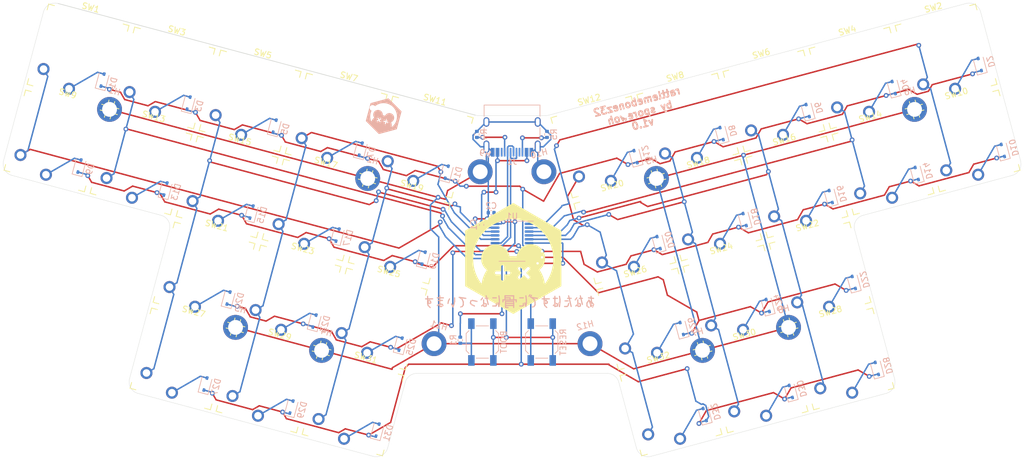
<source format=kicad_pcb>
(kicad_pcb (version 20240108) (generator "pcbnew") (generator_version "8.0")
  (layers (0 "F.Cu" signal) (31 "B.Cu" signal) (34 "B.Paste" user) (35 "F.Paste" user) (36 "B.SilkS" user "B.Silkscreen") (37 "F.SilkS" user "F.Silkscreen") (38 "B.Mask" user) (39 "F.Mask" user) (44 "Edge.Cuts" user))
  (net 0 "")
  (net 1 "VBUS")
  (net 2 "GND")
  (net 3 "+3.3V")
  (net 4 "row1")
  (net 5 "Net-(D1-A)")
  (net 6 "Net-(D2-A)")
  (net 7 "Net-(D3-A)")
  (net 8 "Net-(D4-A)")
  (net 9 "Net-(D5-A)")
  (net 10 "Net-(D6-A)")
  (net 11 "Net-(D7-A)")
  (net 12 "Net-(D8-A)")
  (net 13 "row2")
  (net 14 "Net-(D9-A)")
  (net 15 "Net-(D10-A)")
  (net 16 "Net-(D11-A)")
  (net 17 "Net-(D12-A)")
  (net 18 "Net-(D13-A)")
  (net 19 "Net-(D14-A)")
  (net 20 "Net-(D15-A)")
  (net 21 "Net-(D16-A)")
  (net 22 "Net-(D17-A)")
  (net 23 "Net-(D18-A)")
  (net 24 "Net-(D19-A)")
  (net 25 "Net-(D20-A)")
  (net 26 "row3")
  (net 27 "Net-(D21-A)")
  (net 28 "Net-(D22-A)")
  (net 29 "Net-(D23-A)")
  (net 30 "Net-(D24-A)")
  (net 31 "Net-(D25-A)")
  (net 32 "Net-(D26-A)")
  (net 33 "row4")
  (net 34 "Net-(D27-A)")
  (net 35 "Net-(D28-A)")
  (net 36 "Net-(D29-A)")
  (net 37 "Net-(D30-A)")
  (net 38 "Net-(D31-A)")
  (net 39 "Net-(D32-A)")
  (net 40 "CC1")
  (net 41 "UDP")
  (net 42 "UDM")
  (net 44 "CC2")
  (net 46 "BOOT")
  (net 47 "col1")
  (net 48 "col10")
  (net 49 "col2")
  (net 50 "col9")
  (net 51 "col3")
  (net 52 "col8")
  (net 53 "col4")
  (net 54 "col7")
  (net 55 "col5")
  (net 56 "col6")
  (net 57 "RST")
  (footprint "keyswitches:SW_PG1350" (layer "F.Cu") (at 101.268206 43.07698 -15)
    (property "Reference" "SW21")
    (property "Value" "SW_Push")
  )
  (footprint "keyswitches:SW_PG1350" (layer "F.Cu") (at 76.172721 20.823521 -15)
    (property "Reference" "SW9")
    (property "Value" "SW_Push")
  )
  (footprint "keyswitches:SW_PG1350" (layer "F.Cu") (at 208.870617 57.565865 15)
    (property "Reference" "SW28")
    (property "Value" "SW_Push")
  )
  (footprint "keyswitches:SW_PG1350" (layer "F.Cu") (at 176.010556 50.84155 15)
    (property "Reference" "SW26")
    (property "Value" "SW_Push")
  )
  (footprint "keyswitches:SW_PG1350" (layer "F.Cu") (at 190.499442 46.959266 15)
    (property "Reference" "SW24")
    (property "Value" "SW_Push")
  )
  (footprint "keyswitches:SW_PG1350" (layer "F.Cu") (at 97.385925 57.565865 -15)
    (property "Reference" "SW27")
    (property "Value" "SW_Push")
  )
  (footprint "keyswitches:SW_PG1350" (layer "F.Cu") (at 230.083818 20.823517 15)
    (property "Reference" "SW10")
    (property "Value" "SW_Push")
  )
  (footprint "keyswitches:SW_PG1350" (layer "F.Cu") (at 109.032781 14.099203 -15)
    (property "Reference" "SW5")
    (property "Value" "SW_Push")
  )
  (footprint "keyswitches:SW_PG1350" (layer "F.Cu") (at 179.892841 65.330439 15)
    (property "Reference" "SW32")
    (property "Value" "SW_Push")
  )
  (footprint "keyswitches:SW_PG1350" (layer "F.Cu") (at 130.245981 50.841549 -15)
    (property "Reference" "SW25")
    (property "Value" "SW_Push")
  )
  (footprint "keyswitches:SW_PG1350" (layer "F.Cu") (at 134.12827 36.352662 -15)
    (property "Reference" "SW19")
    (property "Value" "SW_Push")
  )
  (footprint "keyswitches:SW_PG1350" (layer "F.Cu") (at 90.661603 24.705801 -15)
    (property "Reference" "SW13")
    (property "Value" "SW_Push")
  )
  (footprint "keyswitches:SW_PG1350" (layer "F.Cu") (at 201.106043 28.588091 15)
    (property "Reference" "SW16")
    (property "Value" "SW_Push")
  )
  (footprint "keyswitches:SW_PG1350" (layer "F.Cu") (at 94.54389 10.216918 -15)
    (property "Reference" "SW3")
    (property "Value" "SW_Push")
  )
  (footprint "keyswitches:SW_PG1350" (layer "F.Cu") (at 115.757097 46.959266 -15)
    (property "Reference" "SW23")
    (property "Value" "SW_Push")
  )
  (footprint "keyswitches:SW_PG1350" (layer "F.Cu") (at 197.223757 14.099203 15)
    (property "Reference" "SW6")
    (property "Value" "SW_Push")
  )
  (footprint "keyswitches:SW_PG1350" (layer "F.Cu") (at 126.363699 65.330436 -15)
    (property "Reference" "SW31")
    (property "Value" "SW_Push")
  )
  (footprint "keyswitches:SW_PG1350" (layer "F.Cu") (at 123.521667 17.981489 -15)
    (property "Reference" "SW7")
    (property "Value" "SW_Push")
  )
  (footprint "keyswitches:SW_PG1350" (layer "F.Cu") (at 138.010554 21.863775 -15)
    (property "Reference" "SW11")
    (property "Value" "SW_Push")
  )
  (footprint "keyswitches:SW_PG1350" (layer "F.Cu") (at 105.150493 28.588091 -15)
    (property "Reference" "SW15")
    (property "Value" "SW_Push")
  )
  (footprint "keyswitches:SW_PG1350" (layer "F.Cu") (at 168.245984 21.863777 15)
    (property "Reference" "SW12")
    (property "Value" "SW_Push")
  )
  (footprint "keyswitches:SW_PG1350" (layer "F.Cu") (at 204.988331 43.07698 15)
    (property "Reference" "SW22")
    (property "Value" "SW_Push")
  )
  (footprint "keyswitches:SW_PG1350" (layer "F.Cu") (at 172.128266 36.352662 15)
    (property "Reference" "SW20")
    (property "Value" "SW_Push")
  )
  (footprint "keyswitches:SW_PG1350" (layer "F.Cu") (at 215.59493 24.705806 15)
    (property "Reference" "SW14")
    (property "Value" "SW_Push")
  )
  (footprint "keyswitches:SW_PG1350" (layer "F.Cu") (at 194.381729 61.448148 15)
    (property "Reference" "SW30")
    (property "Value" "SW_Push")
  )
  (footprint "keyswitches:SW_PG1350" (layer "F.Cu") (at 80.055004 6.334633 -15)
    (property "Reference" "SW1")
    (property "Value" "SW_Push")
  )
  (footprint "keyswitches:SW_PG1350" (layer "F.Cu") (at 186.617156 32.470379 15)
    (property "Reference" "SW18")
    (property "Value" "SW_Push")
  )
  (footprint "keyswitches:SW_PG1350" (layer "F.Cu") (at 211.712649 10.216919 15)
    (property "Reference" "SW4")
    (property "Value" "SW_Push")
  )
  (footprint "keyswitches:SW_PG1350" (layer "F.Cu") (at 226.201532 6.334634 15)
    (property "Reference" "SW2")
    (property "Value" "SW_Push")
  )
  (footprint "keyswitches:SW_PG1350" (layer "F.Cu") (at 119.639383 32.470378 -15)
    (property "Reference" "SW17")
    (property "Value" "SW_Push")
  )
  (footprint "keyswitches:SW_PG1350" (layer "F.Cu") (at 111.87481 61.448151 -15)
    (property "Reference" "SW29")
    (property "Value" "SW_Push")
  )
  (footprint "keyswitches:SW_PG1350" (layer "F.Cu") (at 182.734874 17.981487 15)
    (property "Reference" "SW8")
    (property "Value" "SW_Push")
  )
  (footprint "userlib:SMTSO-M1.6" (layer "B.Cu") (at 140 55 165)
    (property "Reference" "H11")
    (property "Value" "MountingHole_Pad")
  )
  (footprint "Diode_SMD:D_SOD-323" (layer "B.Cu") (at 192.308279 34.082331 105)
    (property "Reference" "D18")
    (property "Value" "D_Small")
  )
  (footprint "userlib:SMTSO-M1.6" (layer "B.Cu") (at 121.060425 56.136813 165)
    (property "Reference" "H4")
    (property "Value" "MountingHole_Pad")
  )
  (footprint "Capacitor_SMD:C_0402_1005Metric" (layer "B.Cu") (at 149.608462 32.926925 180)
    (property "Reference" "C2")
    (property "Value" "100nF")
  )
  (footprint "Diode_SMD:D_SOD-323" (layer "B.Cu") (at 206.797171 30.200044 105)
    (property "Reference" "D16")
    (property "Value" "D_Small")
  )
  (footprint "userlib:SMTSO-M1.6" (layer "B.Cu") (at 147.764575 26.022225 165)
    (property "Reference" "H9")
    (property "Value" "MountingHole_Pad")
  )
  (footprint "Diode_SMD:D_SOD-323" (layer "B.Cu") (at 142.133235 26.105331 75)
    (property "Reference" "D11")
    (property "Value" "D_Small")
  )
  (footprint "userlib:SMTSO-M1.6" (layer "B.Cu") (at 199.685055 52.254529 -165)
    (property "Reference" "H8")
    (property "Value" "MountingHole_Pad")
  )
  (footprint "Diode_SMD:D_SOD-323" (layer "B.Cu") (at 217.403766 11.828871 105)
    (property "Reference" "D4")
    (property "Value" "D_Small")
  )
  (footprint "Connector_USB:USB_C_Receptacle_HRO_TYPE-C-31-M-12" (layer "B.Cu") (at 153.128393 18.685378)
    (property "Reference" "J1")
    (property "Value" "USB_C_Receptacle_USB2.0")
  )
  (footprint "Button_Switch_SMD:SW_SPST_SKQG_WithStem" (layer "B.Cu") (at 148.128393 54.726925 -90)
    (property "Reference" "SW33" (hide yes))
    (property "Value" "BOOT")
  )
  (footprint "Package_SO:TSSOP-20_4.4x6.5mm_P0.65mm" (layer "B.Cu") (at 153.128395 37.726924 180)
    (property "Reference" "U1")
    (property "Value" "CH552T")
  )
  (footprint "Diode_SMD:D_SOD-323" (layer "B.Cu") (at 101.508602 61.807422 75)
    (property "Reference" "D27")
    (property "Value" "D_Small")
  )
  (footprint "userlib:SMTSO-M1.6" (layer "B.Cu") (at 106.571537 52.254528 165)
    (property "Reference" "H3")
    (property "Value" "MountingHole_Pad")
  )
  (footprint "userlib:SMTSO-M1.6" (layer "B.Cu") (at 158.492016 26.022227 -165)
    (property "Reference" "H10")
    (property "Value" "MountingHole_Pad")
  )
  (footprint "Diode_SMD:D_SOD-323" (layer "B.Cu") (at 123.762063 36.711934 75)
    (property "Reference" "D17")
    (property "Value" "D_Small")
  )
  (footprint "Diode_SMD:D_SOD-323" (layer "B.Cu") (at 80.295398 25.065074 75)
    (property "Reference" "D9")
    (property "Value" "D_Small")
  )
  (footprint "Diode_SMD:D_SOD-323" (layer "B.Cu") (at 181.701679 52.453505 105)
    (property "Reference" "D26")
    (property "Value" "D_Small")
  )
  (footprint "Button_Switch_SMD:SW_SPST_SKQG_WithStem" (layer "B.Cu") (at 158.128393 54.726925 -90)
    (property "Reference" "SW34" (hide yes))
    (property "Value" "RESET")
  )
  (footprint "userlib:SMTSO-M1.6" (layer "B.Cu") (at 128.824998 27.159037 165)
    (property "Reference" "H2")
    (property "Value" "MountingHole_Pad")
  )
  (footprint "Resistor_SMD:R_0402_1005Metric" (layer "B.Cu") (at 147.208466 19.726923 90)
    (property "Reference" "R4")
    (property "Value" "5.1k")
  )
  (footprint "Diode_SMD:D_SOD-323" (layer "B.Cu") (at 130.48638 69.571992 75)
    (property "Reference" "D31")
    (property "Value" "D_Small")
  )
  (footprint "Diode_SMD:D_SOD-323" (layer "B.Cu") (at 202.914879 15.71116 105)
    (property "Reference" "D6")
    (property "Value" "D_Small")
  )
  (footprint "Diode_SMD:D_SOD-323" (layer "B.Cu") (at 173.937106 23.475731 105)
    (property "Reference" "D12")
    (property "Value" "D_Small")
  )
  (footprint "userlib:SMTSO-M1.6" (layer "B.Cu") (at 85.358332 15.512182 165)
    (property "Reference" "H1")
    (property "Value" "MountingHole_Pad")
  )
  (footprint "Diode_SMD:D_SOD-323" (layer "B.Cu") (at 185.583964 66.942393 105)
    (property "Reference" "D32")
    (property "Value" "D_Small")
  )
  (footprint "Resistor_SMD:R_0402_1005Metric" (layer "B.Cu") (at 159.008462 19.726923 90)
    (property "Reference" "R5")
    (property "Value" "5.1k")
  )
  (footprint "userlib:SMTSO-M1.6" (layer "B.Cu") (at 220.898259 15.51218 -165)
    (property "Reference" "H6")
    (property "Value" "MountingHole_Pad")
  )
  (footprint "Diode_SMD:D_SOD-323" (layer "B.Cu") (at 210.679456 44.688933 105)
    (property "Reference" "D22")
    (property "Value" "D_Small")
  )
  (footprint "Resistor_SMD:R_0402_1005Metric" (layer "B.Cu") (at 144.408463 54.416923 -90)
    (property "Reference" "R1")
    (property "Value" "10k")
  )
  (footprint "Diode_SMD:D_SOD-323" (layer "B.Cu") (at 94.784288 28.947361 75)
    (property "Reference" "D13")
    (property "Value" "D_Small")
  )
  (footprint "Diode_SMD:D_SOD-323" (layer "B.Cu") (at 127.64435 22.223046 75)
    (property "Reference" "D7")
    (property "Value" "D_Small")
  )
  (footprint "Diode_SMD:D_SOD-323" (layer "B.Cu") (at 235.774946 22.435473 105)
    (property "Reference" "D10")
    (property "Value" "D_Small")
  )
  (footprint "userlib:SMTSO-M1.6" (layer "B.Cu") (at 177.431599 27.159038 -165)
    (property "Reference" "H5")
    (property "Value" "MountingHole_Pad")
  )
  (footprint "Diode_SMD:D_SOD-323" (layer "B.Cu") (at 214.561739 59.17782 105)
    (property "Reference" "D28")
    (property "Value" "D_Small")
  )
  (footprint "userlib:SMTSO-M1.6" (layer "B.Cu") (at 166.256587 55.000004 -165)
    (property "Reference" "H12")
    (property "Value" "MountingHole_Pad")
  )
  (footprint "Diode_SMD:D_SOD-323" (layer "B.Cu") (at 113.155461 18.34076 75)
    (property "Reference" "D5")
    (property "Value" "D_Small")
  )
  (footprint "Diode_SMD:D_SOD-323" (layer "B.Cu") (at 98.666575 14.458477 75)
    (property "Reference" "D3")
    (property "Value" "D_Small")
  )
  (footprint "Diode_SMD:D_SOD-323" (layer "B.Cu") (at 119.879775 51.200821 75)
    (property "Reference" "D23")
    (property "Value" "D_Small")
  )
  (footprint "Diode_SMD:D_SOD-323" (layer "B.Cu") (at 231.892656 7.946586 105)
    (property "Reference" "D2")
    (property "Value" "D_Small")
  )
  (footprint "Diode_SMD:D_SOD-323" (layer "B.Cu") (at 105.39089 47.318534 75)
    (property "Reference" "D21")
    (property "Value" "D_Small")
  )
  (footprint "userlib:SMTSO-M1.6" (layer "B.Cu") (at 185.196166 56.136813 -165)
    (property "Reference" "H7")
    (property "Value" "MountingHole_Pad")
  )
  (footprint "Diode_SMD:D_SOD-323" (layer "B.Cu") (at 134.368666 55.083106 75)
    (property "Reference" "D25")
    (property "Value" "D_Small")
  )
  (footprint "Diode_SMD:D_SOD-323" (layer "B.Cu") (at 221.286056 26.31776 105)
    (property "Reference" "D14")
    (property "Value" "D_Small")
  )
  (footprint "Diode_SMD:D_SOD-323" (layer "B.Cu") (at 115.99749 65.689709 75)
    (property "Reference" "D29")
    (property "Value" "D_Small")
  )
  (footprint "Diode_SMD:D_SOD-323" (layer "B.Cu") (at 188.425994 19.593442 105)
    (property "Reference" "D8")
    (property "Value" "D_Small")
  )
  (footprint "Diode_SMD:D_SOD-323" (layer "B.Cu") (at 177.819393 37.964617 105)
    (property "Reference" "D20")
    (property "Value" "D_Small")
  )
  (footprint "Diode_SMD:D_SOD-323" (layer "B.Cu") (at 109.273177 32.829648 75)
    (property "Reference" "D15")
    (property "Value" "D_Small")
  )
  (footprint "Diode_SMD:D_SOD-323" (layer "B.Cu") (at 138.250951 40.594218 75)
    (property "Reference" "D19")
    (property "Value" "D_Small")
  )
  (footprint "Diode_SMD:D_SOD-323" (layer "B.Cu") (at 200.07285 63.060105 105)
    (property "Reference" "D30")
    (property "Value" "D_Small")
  )
  (footprint "Diode_SMD:D_SOD-323" (layer "B.Cu") (at 196.190565 48.571219 105)
    (property "Reference" "D24")
    (property "Value" "D_Small")
  )
  (footprint "Capacitor_SMD:C_0402_1005Metric" (layer "B.Cu") (at 148.008463 34.979903 -90)
    (property "Reference" "C1")
    (property "Value" "100nF")
  )
  (footprint "Diode_SMD:D_SOD-323" (layer "B.Cu") (at 84.177685 10.576189 75)
    (property "Reference" "D1")
    (property "Value" "D_Small")
  )
  (gr_poly (pts (xy 129.30751 14.453923) (xy 128.500306 17.466446) (xy 130.705627 19.671767) (xy 133.718148 18.864564) (xy 134.109219 17.40507) (xy 133.670952 17.287636) (xy 133.643908 17.380632) (xy 133.613226 17.471575) (xy 133.579003 17.560409) (xy 133.541344 17.647068) (xy 133.500346 17.731497) (xy 133.456116 17.813639) (xy 133.408753 17.893428) (xy 133.358359 17.970817) (xy 133.305036 18.045737) (xy 133.248887 18.118135) (xy 133.190006 18.187951) (xy 133.128506 18.255124) (xy 133.064481 18.319599) (xy 132.998035 18.381317) (xy 132.929269 18.440217) (xy 132.858285 18.496244) (xy 132.864605 18.443114) (xy 132.869312 18.390084) (xy 132.872419 18.337175) (xy 132.873944 18.284423) (xy 132.873906 18.231851) (xy 132.87232 18.179492) (xy 132.869201 18.127371) (xy 132.864567 18.075522) (xy 132.858436 18.023967) (xy 132.850823 17.972744) (xy 132.841747 17.921875) (xy 132.831219 17.871395) (xy 132.82657 17.851917) (xy 132.2987 17.710474) (xy 132.297503 17.714549) (xy 132.296117 17.718518) (xy 132.294553 17.722374) (xy 132.292813 17.726121) (xy 132.290911 17.729753) (xy 132.288845 17.733264) (xy 132.286625 17.736651) (xy 132.284255 17.739913) (xy 132.281743 17.743045) (xy 132.279095 17.746043) (xy 132.276311 17.748905) (xy 132.273407 17.751626) (xy 132.270386 17.754203) (xy 132.267253 17.75663) (xy 132.264009 17.758915) (xy 132.260665 17.761037) (xy 132.257226 17.763004) (xy 132.253703 17.764808) (xy 132.250095 17.766449) (xy 132.246409 17.767922) (xy 132.242653 17.769221) (xy 132.238835 17.770347) (xy 132.234957 17.771293) (xy 132.231028 17.772058) (xy 132.227053 17.772636) (xy 132.223036 17.773024) (xy 132.218988 17.773222) (xy 132.214908 17.77322) (xy 132.210808 17.773022) (xy 132.206693 17.772621) (xy 132.202569 17.772007) (xy 132.198441 17.771187) (xy 132.198422 17.771263) (xy 131.938853 17.701714) (xy 131.8693 17.961279) (xy 131.869223 17.961262) (xy 131.86787 17.965245) (xy 131.866336 17.969125) (xy 131.864627 17.972889) (xy 131.86275 17.976541) (xy 131.860713 17.980071) (xy 131.858515 17.983479) (xy 131.856169 17.986762) (xy 131.853683 17.989919) (xy 131.851057 17.992938) (xy 131.848298 17.995825) (xy 131.845415 17.998567) (xy 131.842412 18.001169) (xy 131.83929 18.003624) (xy 131.836067 18.00593) (xy 131.832742 18.008079) (xy 131.829321 18.010073) (xy 131.825809 18.011907) (xy 131.822212 18.013574) (xy 131.81854 18.015077) (xy 131.814796 18.016404) (xy 131.810988 18.017561) (xy 131.807122 18.018536) (xy 131.803198 18.019333) (xy 131.799233 18.019939) (xy 131.795222 18.020363) (xy 131.791178 18.020595) (xy 131.787103 18.020625) (xy 131.783007 18.020458) (xy 131.778896 18.020088) (xy 131.774772 18.019515) (xy 131.770645 18.018729) (xy 131.766513 18.017735) (xy 131.76244 18.016532) (xy 131.758474 18.015146) (xy 131.754612 18.013583) (xy 131.750868 18.011846) (xy 131.747236 18.00994) (xy 131.743724 18.007876) (xy 131.740339 18.005657) (xy 131.737075 18.003284) (xy 131.733942 18.000773) (xy 131.730945 17.998127) (xy 131.728084 17.995345) (xy 131.725364 17.992443) (xy 131.722787 17.989419) (xy 131.720354 17.986282) (xy 131.718077 17.983039) (xy 131.715953 17.979699) (xy 131.713986 17.97626) (xy 131.712182 17.972732) (xy 131.71054 17.969124) (xy 131.709068 17.96544) (xy 131.70777 17.961688) (xy 131.70664 17.957866) (xy 131.705693 17.953988) (xy 131.704931 17.950061) (xy 131.704354 17.946082) (xy 131.703965 17.942068) (xy 131.703768 17.938019) (xy 131.703767 17.933942) (xy 131.703965 17.929843) (xy 131.704369 17.925726) (xy 131.704982 17.921601) (xy 131.705801 17.917473) (xy 131.705723 17.917452) (xy 131.732735 17.816646) (xy 130.982623 17.615653) (xy 130.981435 17.619431) (xy 130.980074 17.623156) (xy 130.978537 17.626812) (xy 130.976829 17.6304) (xy 130.974953 17.633912) (xy 130.972909 17.637335) (xy 130.9707 17.640672) (xy 130.968323 17.643909) (xy 130.965786 17.64704) (xy 130.963088 17.650063) (xy 130.960232 17.652967) (xy 130.957218 17.655744) (xy 130.954047 17.658393) (xy 130.950724 17.660904) (xy 130.947252 17.663268) (xy 130.943629 17.665483) (xy 130.939898 17.667512) (xy 130.936113 17.669341) (xy 130.932278 17.670963) (xy 130.928401 17.672385) (xy 130.924488 17.673602) (xy 130.920544 17.674629) (xy 130.916579 17.675453) (xy 130.912598 17.676082) (xy 130.908608 17.676522) (xy 130.904615 17.676766) (xy 130.900624 17.676826) (xy 130.896647 17.676694) (xy 130.892686 17.676379) (xy 130.888751 17.675879) (xy 130.884846 17.675201) (xy 130.88098 17.67434) (xy 130.877158 17.673296) (xy 130.87339 17.672083) (xy 130.869676 17.670691) (xy 130.866031 17.669124) (xy 130.862454 17.667389) (xy 130.85896 17.665484) (xy 130.85555 17.663411) (xy 130.852229 17.661173) (xy 130.849011 17.658771) (xy 130.845897 17.656208) (xy 130.842894 17.653485) (xy 130.840011 17.650597) (xy 130.837253 17.647559) (xy 130.834629 17.644364) (xy 130.832143 17.641016) (xy 130.8298 17.637516) (xy 130.829787 17.637524) (xy 130.829768 17.637532) (xy 130.829755 17.637544) (xy 130.829736 17.637553) (xy 130.695375 17.404832) (xy 130.465715 17.537426) (xy 130.462651 17.539194) (xy 130.462641 17.539177) (xy 130.462635 17.53916) (xy 130.462614 17.539131) (xy 130.458836 17.540988) (xy 130.45501 17.542645) (xy 130.451141 17.544103) (xy 130.447233 17.545357) (xy 130.443292 17.546412) (xy 130.439334 17.547266) (xy 130.435353 17.547929) (xy 130.431363 17.548402) (xy 130.427367 17.548681) (xy 130.423378 17.54877) (xy 130.419398 17.548673) (xy 130.415433 17.548388) (xy 130.411495 17.547922) (xy 130.407584 17.54727) (xy 130.403711 17.546437) (xy 130.399883 17.545427) (xy 130.396103 17.54424) (xy 130.392379 17.54288) (xy 130.388723 17.541342) (xy 130.385137 17.539636) (xy 130.381625 17.537761) (xy 130.378202 17.535717) (xy 130.374864 17.533505) (xy 130.371627 17.531129) (xy 130.368497 17.528592) (xy 130.365475 17.525895) (xy 130.362571 17.523036) (xy 130.359793 17.520024) (xy 130.357144 17.516854) (xy 130.354634 17.513534) (xy 130.352269 17.510059) (xy 130.350056 17.506434) (xy 130.348025 17.502708) (xy 130.346196 17.498921) (xy 130.344574 17.495087) (xy 130.343153 17.491211) (xy 130.341937 17.487292) (xy 130.340914 17.483351) (xy 130.340085 17.479387) (xy 130.339455 17.475401) (xy 130.339018 17.471413) (xy 130.33877 17.467419) (xy 130.338712 17.46343) (xy 130.338841 17.45945) (xy 130.339157 17.455494) (xy 130.339656 17.451558) (xy 130.340337 17.447652) (xy 130.3412 17.443787) (xy 130.342238 17.439964) (xy 130.343454 17.436196) (xy 130.344849 17.432483) (xy 130.346412 17.428837) (xy 130.34815 17.425262) (xy 130.350052 17.421765) (xy 130.352125 17.418355) (xy 130.354365 17.415036) (xy 130.356768 17.411814) (xy 130.359329 17.408701) (xy 130.362054 17.405701) (xy 130.364938 17.402815) (xy 130.367978 17.400059) (xy 130.371174 17.397432) (xy 130.374522 17.394948) (xy 130.378022 17.392608) (xy 130.378013 17.392592) (xy 130.378003 17.392575) (xy 130.377992 17.392561) (xy 130.377983 17.392544) (xy 130.381047 17.390778) (xy 130.610707 17.258183) (xy 130.478113 17.028523) (xy 130.476347 17.025457) (xy 130.476376 17.025439) (xy 130.476391 17.025433) (xy 130.47641 17.025422) (xy 130.474549 17.021644) (xy 130.472892 17.017818) (xy 130.471438 17.013947) (xy 130.470183 17.010039) (xy 130.469128 17.006101) (xy 130.46827 17.002137) (xy 130.467607 16.998158) (xy 130.467135 16.994169) (xy 130.466857 16.990175) (xy 130.466767 16.986183) (xy 130.466866 16.982201) (xy 130.46715 16.978241) (xy 130.467619 16.974302) (xy 130.46827 16.970392) (xy 130.4691 16.966518) (xy 130.470111 16.962687) (xy 130.471297 16.958908) (xy 130.472659 16.955187) (xy 130.474196 16.951529) (xy 130.475903 16.947942) (xy 130.477777 16.944433) (xy 130.479823 16.941006) (xy 130.482035 16.937673) (xy 130.484407 16.934435) (xy 130.486944 16.931303) (xy 130.489644 16.928281) (xy 130.4925 16.925375) (xy 130.495515 16.922597) (xy 130.498681 16.91995) (xy 130.502004 16.91744) (xy 130.505479 16.915075) (xy 130.509103 16.912862) (xy 130.512833 16.910829) (xy 130.516618 16.909005) (xy 130.520451 16.907382) (xy 130.524332 16.905959) (xy 130.528243 16.90474) (xy 130.532188 16.903717) (xy 130.536152 16.902893) (xy 130.540135 16.902262) (xy 130.544126 16.901823) (xy 130.54812 16.901576) (xy 130.552106 16.901518) (xy 130.556087 16.901648) (xy 130.560046 16.901963) (xy 130.563981 16.902463) (xy 130.567885 16.903145) (xy 130.571751 16.904006) (xy 130.575572 16.905046) (xy 130.579343 16.906262) (xy 130.583056 16.907652) (xy 130.586699 16.909218) (xy 130.590277 16.910952) (xy 130.593769 16.912859) (xy 130.597182 16.914931) (xy 130.600501 16.917169) (xy 130.603719 16.91957) (xy 130.606834 16.922134) (xy 130.609838 16.924859) (xy 130.612721 16.927744) (xy 130.615479 16.930782) (xy 130.618104 16.933976) (xy 130.620589 16.937327) (xy 130.622931 16.940827) (xy 130.622945 16.940817) (xy 130.622963 16.940807) (xy 130.622993 16.940788) (xy 130.624705 16.943752) (xy 130.624731 16.943799) (xy 130.62476 16.943848) (xy 130.757354 17.173511) (xy 130.987012 17.040915) (xy 130.990076 17.039148) (xy 130.990095 17.03918) (xy 130.990107 17.039197) (xy 130.990115 17.039213) (xy 130.993889 17.03735) (xy 130.997716 17.035694) (xy 131.001589 17.03424) (xy 131.005496 17.032985) (xy 131.009436 17.031929) (xy 131.013398 17.031072) (xy 131.01738 17.030405) (xy 131.021369 17.029939) (xy 131.025361 17.029659) (xy 131.02935 17.029569) (xy 131.033331 17.029668) (xy 131.037296 17.029951) (xy 131.041234 17.03042) (xy 131.045145 17.031072) (xy 131.049016 17.031903) (xy 131.052845 17.032913) (xy 131.056624 17.034097) (xy 131.060349 17.035463) (xy 131.064007 17.036998) (xy 131.067591 17.038705) (xy 131.071103 17.040582) (xy 131.074529 17.042627) (xy 131.077863 17.044834) (xy 131.081098 17.04721) (xy 131.084234 17.049751) (xy 131.087255 17.052448) (xy 131.090159 17.055304) (xy 131.092937 17.058318) (xy 131.095583 17.061489) (xy 131.098094 17.064812) (xy 131.100461 17.068285) (xy 131.102674 17.071908) (xy 131.104702 17.075637) (xy 131.106531 17.079423) (xy 131.108155 17.083256) (xy 131.109575 17.087134) (xy 131.110794 17.091048) (xy 131.111817 17.09499) (xy 131.112642 17.098957) (xy 131.113274 17.10294) (xy 131.113713 17.10693) (xy 131.113959 17.110923) (xy 131.114017 17.114911) (xy 131.113887 17.11889) (xy 131.113573 17.122853) (xy 131.113074 17.126786) (xy 131.112391 17.130689) (xy 131.111529 17.134555) (xy 131.110491 17.138378) (xy 131.109274 17.14215) (xy 131.107881 17.14586) (xy 131.106319 17.149506) (xy 131.104583 17.153079) (xy 131.102678 17.156575) (xy 131.100605 17.159987) (xy 131.098366 17.163305) (xy 131.095966 17.166524) (xy 131.0934 17.169641) (xy 131.090675 17.172644) (xy 131.087795 17.175524) (xy 131.084753 17.178286) (xy 131.081559 17.180909) (xy 131.078207 17.183395) (xy 131.074709 17.185735) (xy 131.074729 17.185768) (xy 131.074746 17.185799) (xy 131.071687 17.187568) (xy 130.842024 17.320164) (xy 130.976386 17.552884) (xy 130.976356 17.552905) (xy 130.976338 17.552915) (xy 130.976322 17.552921) (xy 130.978184 17.5567) (xy 130.979839 17.560524) (xy 130.981293 17.564397) (xy 130.982548 17.568303) (xy 130.983605 17.572241) (xy 130.984462 17.576206) (xy 130.985125 17.580185) (xy 130.985596 17.584174) (xy 130.985874 17.588169) (xy 130.985965 17.592159) (xy 130.985867 17.596138) (xy 130.98558 17.600102) (xy 130.985113 17.604043) (xy 130.984464 17.607951) (xy 130.983632 17.611824) (xy 130.982623 17.615653) (xy 131.732735 17.816646) (xy 131.775275 17.657885) (xy 131.515707 17.588331) (xy 131.515728 17.588257) (xy 131.511741 17.586901) (xy 131.507865 17.585366) (xy 131.504101 17.583656) (xy 131.500449 17.581779) (xy 131.496915 17.579742) (xy 131.493506 17.577548) (xy 131.490225 17.575202) (xy 131.487071 17.572714) (xy 131.484051 17.57009) (xy 131.481165 17.56733) (xy 131.47842 17.564446) (xy 131.475819 17.561441) (xy 131.473365 17.558325) (xy 131.471057 17.5551) (xy 131.468909 17.551775) (xy 131.466916 17.548352) (xy 131.465084 17.544839) (xy 131.463413 17.541245) (xy 131.461912 17.537572) (xy 131.460582 17.533828) (xy 131.45943 17.530021) (xy 131.45845 17.526151) (xy 131.457656 17.522232) (xy 131.457047 17.518263) (xy 131.456627 17.514253) (xy 131.456398 17.51021) (xy 131.456365 17.506136) (xy 131.456531 17.50204) (xy 131.456898 17.497925) (xy 131.457473 17.493802) (xy 131.458257 17.489673) (xy 131.459256 17.485545) (xy 131.460457 17.481472) (xy 131.461841 17.477504) (xy 131.463405 17.473646) (xy 131.465141 17.4699) (xy 131.467044 17.466268) (xy 131.469114 17.462758) (xy 131.471333 17.459369) (xy 131.473701 17.456107) (xy 131.476214 17.452975) (xy 131.478867 17.449973) (xy 131.481642 17.447114) (xy 131.484547 17.444395) (xy 131.487571 17.441816) (xy 131.490707 17.439387) (xy 131.493949 17.437109) (xy 131.49729 17.434984) (xy 131.500728 17.433017) (xy 131.504255 17.431212) (xy 131.507863 17.429573) (xy 131.511548 17.4281) (xy 131.515305 17.426799) (xy 131.519121 17.425675) (xy 131.522999 17.424727) (xy 131.52693 17.423963) (xy 131.530903 17.423387) (xy 131.53492 17.422996) (xy 131.538971 17.4228) (xy 131.543046 17.422799) (xy 131.547147 17.422997) (xy 131.551262 17.4234) (xy 131.555388 17.424012) (xy 131.559519 17.424832) (xy 131.559537 17.424756) (xy 131.562849 17.425645) (xy 131.819107 17.494308) (xy 131.888655 17.234739) (xy 131.888733 17.234759) (xy 131.890087 17.230774) (xy 131.89162 17.226897) (xy 131.89333 17.223131) (xy 131.895207 17.21948) (xy 131.897243 17.215948) (xy 131.89944 17.212539) (xy 131.901784 17.209256) (xy 131.904273 17.206104) (xy 131.9069 17.20308) (xy 131.909658 17.200195) (xy 131.912542 17.197451) (xy 131.915545 17.19485) (xy 131.918663 17.192395) (xy 131.921887 17.190088) (xy 131.925215 17.18794) (xy 131.928635 17.185948) (xy 131.932148 17.184113) (xy 131.935742 17.182446) (xy 131.939417 17.180943) (xy 131.943159 17.179615) (xy 131.94697 17.178459) (xy 131.950836 17.177485) (xy 131.954759 17.176688) (xy 131.958725 17.176077) (xy 131.962737 17.175657) (xy 131.966782 17.175429) (xy 131.970852 17.175393) (xy 131.974949 17.175559) (xy 131.979063 17.17593) (xy 131.983187 17.176506) (xy 131.987314 17.177291) (xy 131.991443 17.178286) (xy 131.995513 17.179488) (xy 131.999484 17.180871) (xy 132.003342 17.182437) (xy 132.007088 17.184173) (xy 132.010722 17.186076) (xy 132.014229 17.188145) (xy 132.01762 17.190364) (xy 132.020881 17.192732) (xy 132.02401 17.195245) (xy 132.027011 17.197894) (xy 132.029871 17.200674) (xy 132.032593 17.20358) (xy 132.035172 17.206604) (xy 132.037601 17.209739) (xy 132.039878 17.212979) (xy 132.042003 17.216322) (xy 132.043972 17.219762) (xy 132.045779 17.223285) (xy 132.047419 17.226896) (xy 132.048889 17.230579) (xy 132.050187 17.234333) (xy 132.051314 17.238152) (xy 132.05226 17.242032) (xy 132.053025 17.24596) (xy 132.053602 17.249936) (xy 132.053993 17.253951) (xy 132.05419 17.258002) (xy 132.054188 17.262079) (xy 132.053989 17.266179) (xy 132.053585 17.270294) (xy 132.052975 17.274422) (xy 132.052157 17.278547) (xy 132.052233 17.278571) (xy 131.982681 17.538138) (xy 132.242251 17.60769) (xy 132.242229 17.607764) (xy 132.246217 17.609119) (xy 132.250094 17.610652) (xy 132.253859 17.612363) (xy 132.257509 17.614238) (xy 132.26104 17.616276) (xy 132.264449 17.618471) (xy 132.267733 17.620814) (xy 132.270887 17.623304) (xy 132.273905 17.625933) (xy 132.276793 17.62869) (xy 132.279536 17.631577) (xy 132.282137 17.634578) (xy 132.284592 17.637697) (xy 132.286898 17.640922) (xy 132.289048 17.644244) (xy 132.291043 17.64767) (xy 132.292873 17.65118) (xy 132.294542 17.654776) (xy 132.296046 17.658446) (xy 132.297375 17.662192) (xy 132.298529 17.665999) (xy 132.299505 17.669868) (xy 132.3003 17.67379) (xy 132.300909 17.677757) (xy 132.301332 17.681766) (xy 132.301561 17.685811) (xy 132.301593 17.689884) (xy 132.301426 17.69398) (xy 132.301058 17.698095) (xy 132.300483 17.702218) (xy 132.299699 17.706347) (xy 132.2987 17.710474) (xy 132.82657 17.851917) (xy 132.819264 17.821324) (xy 132.805894 17.771701) (xy 132.791126 17.722548) (xy 132.77498 17.673895) (xy 132.816765 17.655628) (xy 132.857419 17.635051) (xy 132.896842 17.612219) (xy 132.934923 17.587197) (xy 132.971562 17.560038) (xy 133.00666 17.530805) (xy 133.040113 17.499556) (xy 133.071816 17.466354) (xy 133.101669 17.43125) (xy 133.12957 17.394309) (xy 133.155417 17.355588) (xy 133.179105 17.315149) (xy 133.200532 17.27305) (xy 133.219601 17.229347) (xy 133.236197 17.184102) (xy 133.250227 17.137377) (xy 133.250231 17.137377) (xy 133.259903 17.097243) (xy 133.267451 17.057102) (xy 133.272905 17.017007) (xy 133.27631 16.977028) (xy 133.277697 16.937222) (xy 133.277099 16.897655) (xy 133.274556 16.858384) (xy 133.270101 16.819472) (xy 133.263773 16.780985) (xy 133.255602 16.742981) (xy 133.245632 16.705526) (xy 133.233893 16.668673) (xy 133.22042 16.632495) (xy 133.205253 16.597049) (xy 133.188421 16.562394) (xy 133.169969 16.528599) (xy 133.149924 16.495715) (xy 133.128329 16.463815) (xy 133.105215 16.432953) (xy 133.080619 16.403197) (xy 133.054574 16.374604) (xy 133.027123 16.347241) (xy 132.998297 16.321168) (xy 132.96813 16.296441) (xy 132.936661 16.273128) (xy 132.903922 16.251292) (xy 132.869951 16.230989) (xy 132.834787 16.212286) (xy 132.798463 16.195247) (xy 132.761012 16.179924) (xy 132.722472 16.166388) (xy 132.68288 16.154698) (xy 132.646846 16.145917) (xy 132.610797 16.138849) (xy 132.574779 16.133473) (xy 132.538835 16.129762) (xy 132.503012 16.127689) (xy 132.467359 16.12723) (xy 132.431912 16.128358) (xy 132.396719 16.131047) (xy 132.361829 16.135272) (xy 132.327281 16.141004) (xy 132.293124 16.148222) (xy 132.2594 16.156898) (xy 132.226158 16.167003) (xy 132.193435 16.178515) (xy 132.161285 16.191412) (xy 132.129746 16.205656) (xy 132.098863 16.221232) (xy 132.068689 16.238111) (xy 132.03926 16.256263) (xy 132.010621 16.275669) (xy 131.982824 16.296297) (xy 131.955904 16.318129) (xy 131.929914 16.341132) (xy 131.904897 16.36528) (xy 131.880899 16.390552) (xy 131.857959 16.416917) (xy 131.836123 16.444352) (xy 131.815445 16.472832) (xy 131.795957 16.50233) (xy 131.777713 16.53282) (xy 131.760752 16.564274) (xy 131.745121 16.596672) (xy 131.721052 16.587334) (xy 131.696781 16.578319) (xy 131.672321 16.569631) (xy 131.647663 16.561274) (xy 131.622815 16.553249) (xy 131.597778 16.545559) (xy 131.572549 16.538209) (xy 131.547138 16.531206) (xy 131.547138 16.531203) (xy 131.523348 16.525001) (xy 131.499553 16.519139) (xy 131.475751 16.513611) (xy 131.451946 16.508422) (xy 131.428141 16.503567) (xy 131.404335 16.499049) (xy 131.380533 16.494858) (xy 131.356739 16.490997) (xy 131.359912 16.454756) (xy 131.361423 16.418657) (xy 131.361301 16.382741) (xy 131.359572 16.347056) (xy 131.356263 16.311649) (xy 131.3514 16.276563) (xy 131.345009 16.241846) (xy 131.337118 16.207546) (xy 131.327754 16.173706) (xy 131.316944 16.140373) (xy 131.304709 16.107595) (xy 131.291083 16.075412) (xy 131.276085 16.04388) (xy 131.259751 16.013039) (xy 131.242099 15.982935) (xy 131.223162 15.953613) (xy 131.202964 15.925121) (xy 131.181528 15.897506) (xy 131.158885 15.870814) (xy 131.135063 15.845088) (xy 131.110086 15.820377) (xy 131.083978 15.796727) (xy 131.056771 15.774184) (xy 131.028488 15.752789) (xy 130.999154 15.732595) (xy 130.968802 15.713648) (xy 130.937456 15.695986) (xy 130.905138 15.679664) (xy 130.871879 15.664725) (xy 130.837706 15.651212) (xy 130.802639 15.639176) (xy 130.766714 15.628662) (xy 130.72658 15.61899) (xy 130.686436 15.611445) (xy 130.646345 15.605988) (xy 130.606365 15.602582) (xy 130.566559 15.601195) (xy 130.526989 15.601795) (xy 130.487719 15.604339) (xy 130.448809 15.608792) (xy 130.410322 15.61512) (xy 130.372319 15.623287) (xy 130.334861 15.63326) (xy 130.29801 15.644999) (xy 130.261832 15.658472) (xy 130.226387 15.67364) (xy 130.19173 15.690468) (xy 130.157934 15.708926) (xy 130.125051 15.728968) (xy 130.09315 15.750563) (xy 130.062291 15.773678) (xy 130.032534 15.798274) (xy 130.003944 15.824316) (xy 129.976578 15.851769) (xy 129.950503 15.880594) (xy 129.925778 15.910761) (xy 129.902465 15.942232) (xy 129.880629 15.97497) (xy 129.860324 16.008938) (xy 129.841622 16.044103) (xy 129.82458 16.080431) (xy 129.80926 16.117881) (xy 129.795726 16.15642) (xy 129.784035 16.196013) (xy 129.772865 16.243291) (xy 129.764635 16.290569) (xy 129.759287 16.337744) (xy 129.756763 16.384717) (xy 129.757002 16.431387) (xy 129.75995 16.477655) (xy 129.765544 16.523414) (xy 129.773729 16.568565) (xy 129.784444 16.61301) (xy 129.797632 16.656642) (xy 129.813233 16.69937) (xy 129.831193 16.741081) (xy 129.851449 16.781679) (xy 129.873943 16.821065) (xy 129.898618 16.859135) (xy 129.925417 16.895789) (xy 129.886004 16.930183) (xy 129.847566 16.965752) (xy 129.810134 17.002483) (xy 129.773743 17.040358) (xy 129.738414 17.079354) (xy 129.704185 17.119458) (xy 129.671088 17.160649) (xy 129.639149 17.202911) (xy 129.608403 17.246223) (xy 129.578877 17.290573) (xy 129.550609 17.33594) (xy 129.523621 17.382308) (xy 129.49795 17.429653) (xy 129.473624 17.477962) (xy 129.450674 17.52722) (xy 129.429131 17.577405) (xy 129.395667 17.493393) (xy 129.365566 17.408005) (xy 129.338879 17.321331) (xy 129.315669 17.23348) (xy 129.295995 17.144555) (xy 129.279916 17.054652) (xy 129.267483 16.963878) (xy 129.258769 16.872334) (xy 129.253815 16.780117) (xy 129.252695 16.687333) (xy 129.255462 16.594085) (xy 129.262173 16.500468) (xy 129.272887 16.406588) (xy 129.287665 16.312547) (xy 129.306566 16.218447) (xy 129.329643 16.124387) (xy 129.362384 16.013498) (xy 129.400297 15.905556) (xy 129.443203 15.800666) (xy 129.490938 15.698925) (xy 129.54332 15.600435) (xy 129.60018 15.505292) (xy 129.661343 15.413604) (xy 129.726635 15.32546) (xy 129.795884 15.240972) (xy 129.868918 15.160231) (xy 129.945561 15.08334) (xy 130.025638 15.010398) (xy 130.108979 14.941512) (xy 130.195413 14.876773) (xy 130.284761 14.816284) (xy 130.376855 14.760149) (xy 130.471515 14.708464) (xy 130.568572 14.66133) (xy 130.667853 14.618847) (xy 130.769183 14.581112) (xy 130.872391 14.548233) (xy 130.977301 14.520302) (xy 131.08374 14.497427) (xy 131.191536 14.479698) (xy 131.300515 14.467224) (xy 131.410503 14.460101) (xy 131.521329 14.458432) (xy 131.632814 14.462315) (xy 131.744792 14.471846) (xy 131.857084 14.487129) (xy 131.969519 14.508267) (xy 132.081922 14.535357) (xy 132.192811 14.568095) (xy 132.300752 14.606011) (xy 132.405647 14.648918) (xy 132.507386 14.696652) (xy 132.605873 14.749035) (xy 132.701016 14.805895) (xy 132.792708 14.867054) (xy 132.880847 14.932349) (xy 132.965339 15.001598) (xy 133.046077 15.074631) (xy 133.122969 15.151274) (xy 133.195907 15.231352) (xy 133.264798 15.314694) (xy 133.329536 15.401128) (xy 133.390022 15.490474) (xy 133.446162 15.582569) (xy 133.497846 15.67723) (xy 133.54498 15.774288) (xy 133.587464 15.873567) (xy 133.625195 15.974899) (xy 133.658077 16.078105) (xy 133.686005 16.183014) (xy 133.70888 16.289455) (xy 133.726609 16.397251) (xy 133.739085 16.506231) (xy 133.746207 16.616218) (xy 133.747879 16.72704) (xy 133.743996 16.838527) (xy 133.734465 16.950506) (xy 133.719178 17.062797) (xy 133.698039 17.175234) (xy 133.670952 17.287636) (xy 134.109219 17.40507) (xy 134.525353 15.852042) (xy 132.32003 13.64672)) (fill solid) (layer "B.SilkS"))
  (gr_poly (pts (xy 161.432597 35.959359) (xy 161.432602 45.315745) (xy 153.329733 49.993934) (xy 145.226874 45.315748) (xy 145.226873 40.782807) (xy 146.588056 40.782806) (xy 146.594212 41.073291) (xy 146.612512 41.36065) (xy 146.642708 41.644635) (xy 146.684552 41.924996) (xy 146.737795 42.201485) (xy 146.802184 42.473852) (xy 146.877475 42.741846) (xy 146.963419 43.005224) (xy 147.059764 43.263732) (xy 147.166265 43.517123) (xy 147.282669 43.76515) (xy 147.408731 44.00756) (xy 147.544197 44.244108) (xy 147.688824 44.474543) (xy 147.84236 44.698616) (xy 148.004557 44.916079) (xy 148.02749 44.757223) (xy 148.055029 44.599894) (xy 148.087104 44.444167) (xy 148.123645 44.290115) (xy 148.164576 44.137805) (xy 148.209831 43.987308) (xy 148.259337 43.8387) (xy 148.313024 43.692048) (xy 148.370819 43.547419) (xy 148.432653 43.404892) (xy 148.498453 43.264535) (xy 148.568148 43.12642) (xy 148.596748 43.073593) (xy 150.236217 43.073591) (xy 150.236532 43.086328) (xy 150.237466 43.098902) (xy 150.239002 43.111298) (xy 150.241126 43.123505) (xy 150.243827 43.135502) (xy 150.247087 43.14728) (xy 150.25089 43.158822) (xy 150.255224 43.170114) (xy 150.260071 43.181141) (xy 150.265419 43.191885) (xy 150.271253 43.202336) (xy 150.277557 43.212476) (xy 150.284316 43.222292) (xy 150.291517 43.231767) (xy 150.299142 43.24089) (xy 150.307179 43.249641) (xy 150.315613 43.258008) (xy 150.324429 43.26598) (xy 150.333612 43.273534) (xy 150.343146 43.280662) (xy 150.353015 43.287345) (xy 150.363209 43.293571) (xy 150.373709 43.299325) (xy 150.384505 43.304589) (xy 150.395576 43.309352) (xy 150.40691 43.313598) (xy 150.418493 43.317309) (xy 150.430309 43.320475) (xy 150.442343 43.32308) (xy 150.454582 43.325107) (xy 150.46701 43.326543) (xy 150.479612 43.327372) (xy 150.479613 43.327611) (xy 151.285784 43.327613) (xy 151.285784 44.133783) (xy 151.286022 44.133784) (xy 151.286854 44.146386) (xy 151.288288 44.158814) (xy 151.290317 44.171053) (xy 151.292919 44.183087) (xy 151.296086 44.194903) (xy 151.299799 44.206488) (xy 151.304043 44.217821) (xy 151.308807 44.228894) (xy 151.314073 44.239686) (xy 151.319825 44.250186) (xy 151.326049 44.260382) (xy 151.332734 44.270252) (xy 151.339862 44.279787) (xy 151.347418 44.288967) (xy 151.355387 44.297784) (xy 151.363755 44.306218) (xy 151.372508 44.314255) (xy 151.381629 44.321881) (xy 151.391105 44.329081) (xy 151.400921 44.335841) (xy 151.411062 44.342144) (xy 151.421512 44.347978) (xy 151.432258 44.353325) (xy 151.443283 44.358174) (xy 151.454575 44.362507) (xy 151.466117 44.366311) (xy 151.477894 44.36957) (xy 151.489895 44.372269) (xy 151.502098 44.374395) (xy 151.514497 44.37593) (xy 151.52707 44.376864) (xy 151.539805 44.377179) (xy 151.55254 44.376865) (xy 151.565113 44.37593) (xy 151.577512 44.374396) (xy 151.589715 44.37227) (xy 151.601714 44.36957) (xy 151.613494 44.36631) (xy 151.625036 44.362507) (xy 151.636328 44.358175) (xy 151.647353 44.353325) (xy 151.658098 44.347979) (xy 151.66855 44.342145) (xy 151.678688 44.33584) (xy 151.688504 44.329081) (xy 151.697982 44.32188) (xy 151.707103 44.314255) (xy 151.715854 44.306216) (xy 151.724223 44.297783) (xy 151.732192 44.288967) (xy 151.739747 44.279787) (xy 151.746875 44.270252) (xy 151.753558 44.260381) (xy 151.759786 44.250186) (xy 151.765537 44.239685) (xy 151.770804 44.228892) (xy 151.775565 44.217821) (xy 151.77981 44.206486) (xy 151.783523 44.194904) (xy 151.786689 44.183087) (xy 151.789294 44.171052) (xy 151.791321 44.158814) (xy 151.792758 44.146386) (xy 151.793588 44.133785) (xy 151.793826 44.133784) (xy 151.793825 43.820703) (xy 154.123549 43.820704) (xy 154.124054 43.832577) (xy 154.125111 43.844419) (xy 154.12672 43.85621) (xy 154.128882 43.867931) (xy 154.131594 43.87956) (xy 154.134858 43.891074) (xy 154.138674 43.902452) (xy 154.143043 43.913677) (xy 154.147964 43.924726) (xy 154.153435 43.935576) (xy 154.159459 43.946209) (xy 154.166034 43.956604) (xy 154.17316 43.966736) (xy 154.18084 43.976591) (xy 154.189071 43.986139) (xy 154.197855 43.995366) (xy 154.207081 44.00415) (xy 154.216631 44.012381) (xy 154.226486 44.020061) (xy 154.236618 44.027187) (xy 154.247013 44.033763) (xy 154.257644 44.039787) (xy 154.268494 44.04526) (xy 154.279544 44.05018) (xy 154.290767 44.054548) (xy 154.302149 44.058365) (xy 154.313663 44.061629) (xy 154.325289 44.064342) (xy 154.337011 44.066503) (xy 154.348802 44.068112) (xy 154.360645 44.069169) (xy 154.372517 44.069674) (xy 154.384397 44.069628) (xy 154.396266 44.069029) (xy 154.408102 44.067879) (xy 154.419883 44.066179) (xy 154.431588 44.063924) (xy 154.4432 44.061119) (xy 154.454693 44.05776) (xy 154.466048 44.053852) (xy 154.477243 44.049391) (xy 154.488263 44.044376) (xy 154.499077 44.038813) (xy 154.509671 44.032696) (xy 154.520023 44.026026) (xy 154.53011 44.018807) (xy 154.539913 44.011034) (xy 154.549411 44.002709) (xy 154.549452 44.002749) (xy 154.549489 44.002789) (xy 154.54953 44.002828) (xy 154.549569 44.002867) (xy 155.119619 43.432816) (xy 155.682172 43.995371) (xy 155.689671 44.00287) (xy 155.689711 44.002828) (xy 155.689751 44.00279) (xy 155.689832 44.002711) (xy 155.699328 44.011035) (xy 155.709132 44.018806) (xy 155.71922 44.026028) (xy 155.729572 44.032697) (xy 155.740165 44.038813) (xy 155.75098 44.044377) (xy 155.761996 44.04939) (xy 155.773194 44.053851) (xy 155.784549 44.05776) (xy 155.796042 44.061117) (xy 155.807651 44.063923) (xy 155.819358 44.066177) (xy 155.831139 44.067879) (xy 155.842974 44.06903) (xy 155.854844 44.069627) (xy 155.866723 44.069673) (xy 155.878597 44.069168) (xy 155.890439 44.068111) (xy 155.90223 44.066502) (xy 155.91395 44.064342) (xy 155.925578 44.061628) (xy 155.937094 44.058363) (xy 155.948473 44.054548) (xy 155.959699 44.050179) (xy 155.970745 44.045259) (xy 155.981596 44.039788) (xy 155.99223 44.033765) (xy 156.002623 44.027191) (xy 156.012756 44.020062) (xy 156.02261 44.012382) (xy 156.03216 44.004154) (xy 156.041386 43.995369) (xy 156.050169 43.986142) (xy 156.058401 43.976591) (xy 156.066081 43.966739) (xy 156.073208 43.956606) (xy 156.079784 43.946211) (xy 156.085807 43.93558) (xy 156.09128 43.924726) (xy 156.096199 43.913681) (xy 156.100568 43.902455) (xy 156.104384 43.891074) (xy 156.10765 43.879561) (xy 156.110363 43.867932) (xy 156.112524 43.856212) (xy 156.114132 43.844419) (xy 156.115189 43.832576) (xy 156.115695 43.820706) (xy 156.115648 43.808824) (xy 156.11505 43.796955) (xy 156.113899 43.785119) (xy 156.1122 43.773339) (xy 156.109944 43.761633) (xy 156.107138 43.750021) (xy 156.103781 43.73853) (xy 156.09987 43.727175) (xy 156.09541 43.71598) (xy 156.090396 43.704962) (xy 156.084833 43.694144) (xy 156.078716 43.683551) (xy 156.072046 43.673199) (xy 156.064826 43.663112) (xy 156.057054 43.653309) (xy 156.04873 43.643812) (xy 156.048768 43.643771) (xy 156.04881 43.643732) (xy 156.048848 43.643693) (xy 156.048889 43.643654) (xy 156.041386 43.636153) (xy 155.478838 43.073601) (xy 156.041385 42.51105) (xy 156.048889 42.50355) (xy 156.048808 42.503471) (xy 156.048768 42.503433) (xy 156.048729 42.503391) (xy 156.057053 42.493895) (xy 156.064825 42.48409) (xy 156.072045 42.474004) (xy 156.078716 42.463652) (xy 156.08483 42.453057) (xy 156.090396 42.44224) (xy 156.095409 42.431225) (xy 156.099869 42.420027) (xy 156.103778 42.408673) (xy 156.107134 42.397179) (xy 156.109941 42.385569) (xy 156.112195 42.373864) (xy 156.113897 42.362082) (xy 156.115047 42.350245) (xy 156.115647 42.338377) (xy 156.115692 42.326497) (xy 156.115186 42.314623) (xy 156.114129 42.302782) (xy 156.11252 42.29099) (xy 156.110359 42.27927) (xy 156.107647 42.267643) (xy 156.104382 42.256129) (xy 156.100566 42.244748) (xy 156.096197 42.233523) (xy 156.091277 42.222474) (xy 156.085807 42.211624) (xy 156.079781 42.200991) (xy 156.073206 42.190598) (xy 156.066079 42.180465) (xy 156.058398 42.170613) (xy 156.050169 42.161062) (xy 156.041385 42.151834) (xy 156.03216 42.143051) (xy 156.022607 42.134822) (xy 156.012757 42.127141) (xy 156.002622 42.120012) (xy 155.992229 42.113438) (xy 155.981596 42.107414) (xy 155.970744 42.101942) (xy 155.959697 42.097021) (xy 155.948473 42.092652) (xy 155.937093 42.088836) (xy 155.925578 42.085571) (xy 155.91395 42.08286) (xy 155.90223 42.080697) (xy 155.890439 42.079087) (xy 155.878597 42.078031) (xy 155.866724 42.077526) (xy 155.854843 42.077572) (xy 155.842974 42.078171) (xy 155.831139 42.079321) (xy 155.819357 42.081021) (xy 155.807653 42.083275) (xy 155.796041 42.08608) (xy 155.784548 42.089439) (xy 155.773193 42.093347) (xy 155.761996 42.097808) (xy 155.75098 42.102821) (xy 155.740163 42.108386) (xy 155.72957 42.114501) (xy 155.719218 42.121169) (xy 155.70913 42.128391) (xy 155.699327 42.136161) (xy 155.689829 42.144485) (xy 155.689791 42.144444) (xy 155.689751 42.144407) (xy 155.689671 42.144325) (xy 155.682416 42.151589) (xy 155.682301 42.151705) (xy 155.682179 42.151827) (xy 155.119629 42.714377) (xy 154.557077 42.151824) (xy 154.549577 42.144325) (xy 154.549496 42.144404) (xy 154.549458 42.144442) (xy 154.549418 42.144481) (xy 154.539919 42.136157) (xy 154.530115 42.128386) (xy 154.52003 42.121166) (xy 154.509677 42.114498) (xy 154.499084 42.10838) (xy 154.488266 42.102817) (xy 154.477251 42.097802) (xy 154.466054 42.093341) (xy 154.454699 42.089434) (xy 154.443206 42.086075) (xy 154.431596 42.083269) (xy 154.41989 42.081017) (xy 154.408108 42.079314) (xy 154.396273 42.078165) (xy 154.384404 42.077567) (xy 154.372524 42.077521) (xy 154.360651 42.078026) (xy 154.348809 42.079083) (xy 154.337017 42.080693) (xy 154.325298 42.082855) (xy 154.31367 42.085568) (xy 154.302154 42.088832) (xy 154.290774 42.092649) (xy 154.279552 42.097017) (xy 154.268503 42.101938) (xy 154.257651 42.107411) (xy 154.247017 42.113435) (xy 154.236625 42.120011) (xy 154.226493 42.127139) (xy 154.216639 42.134819) (xy 154.207089 42.143052) (xy 154.197862 42.151834) (xy 154.189079 42.161062) (xy 154.180846 42.170612) (xy 154.173167 42.180465) (xy 154.166039 42.190598) (xy 154.159464 42.200991) (xy 154.153441 42.211624) (xy 154.147969 42.222475) (xy 154.143048 42.233524) (xy 154.138679 42.24475) (xy 154.134861 42.256128) (xy 154.131598 42.267641) (xy 154.128886 42.279268) (xy 154.126724 42.290989) (xy 154.125115 42.302781) (xy 154.124059 42.314623) (xy 154.123552 42.326495) (xy 154.123598 42.338377) (xy 154.124195 42.350246) (xy 154.125345 42.362082) (xy 154.127048 42.373862) (xy 154.129301 42.385568) (xy 154.132107 42.397178) (xy 154.135465 42.408671) (xy 154.139372 42.420027) (xy 154.143834 42.431223) (xy 154.148847 42.442242) (xy 154.154411 42.453054) (xy 154.160527 42.463649) (xy 154.167197 42.474001) (xy 154.174416 42.484087) (xy 154.182188 42.493892) (xy 154.190511 42.503389) (xy 154.190431 42.503471) (xy 154.190352 42.503549) (xy 154.197855 42.511048) (xy 154.760405 43.073603) (xy 154.190353 43.643652) (xy 154.190432 43.643731) (xy 154.190473 43.64377) (xy 154.190511 43.64381) (xy 154.182187 43.653307) (xy 154.174415 43.66311) (xy 154.167197 43.673198) (xy 154.160527 43.683549) (xy 154.15441 43.694143) (xy 154.148846 43.704959) (xy 154.143832 43.715976) (xy 154.139371 43.727173) (xy 154.135463 43.738527) (xy 154.132105 43.750023) (xy 154.1293 43.761632) (xy 154.127045 43.773338) (xy 154.125343 43.785119) (xy 154.124193 43.796954) (xy 154.123596 43.808824) (xy 154.123549 43.820704) (xy 151.793825 43.820703) (xy 151.793826 43.327612) (xy 152.599998 43.327611) (xy 152.599999 43.327372) (xy 152.612602 43.326544) (xy 152.625028 43.325107) (xy 152.637266 43.323081) (xy 152.649302 43.320475) (xy 152.661119 43.31731) (xy 152.6727 43.313597) (xy 152.684034 43.309352) (xy 152.695107 43.304588) (xy 152.705901 43.299324) (xy 152.716402 43.293571) (xy 152.726596 43.287344) (xy 152.736467 43.280661) (xy 152.745999 43.273534) (xy 152.755184 43.265979) (xy 152.763999 43.258008) (xy 152.772432 43.24964) (xy 152.780469 43.240887) (xy 152.788095 43.231767) (xy 152.795297 43.22229) (xy 152.802055 43.212474) (xy 152.808359 43.202334) (xy 152.814193 43.191883) (xy 152.819539 43.181139) (xy 152.824389 43.170112) (xy 152.828723 43.158821) (xy 152.832525 43.147279) (xy 152.835785 43.135501) (xy 152.838484 43.123502) (xy 152.840609 43.111296) (xy 152.842147 43.0989) (xy 152.843079 43.086327) (xy 152.843393 43.073589) (xy 152.843079 43.060854) (xy 152.842145 43.04828) (xy 152.840608 43.035884) (xy 152.838485 43.023678) (xy 152.835782 43.011679) (xy 152.832525 42.9999) (xy 152.828722 42.988359) (xy 152.824389 42.977067) (xy 152.81954 42.966042) (xy 152.814193 42.955296) (xy 152.808359 42.944845) (xy 152.802055 42.934707) (xy 152.795294 42.924891) (xy 152.788096 42.915413) (xy 152.780468 42.906293) (xy 152.772431 42.89754) (xy 152.763998 42.889173) (xy 152.755183 42.881202) (xy 152.746 42.873648) (xy 152.736467 42.866521) (xy 152.726595 42.859838) (xy 152.716403 42.853611) (xy 152.705901 42.847858) (xy 152.695106 42.842594) (xy 152.684035 42.837832) (xy 152.672701 42.833586) (xy 152.661118 42.829872) (xy 152.649301 42.826706) (xy 152.637267 42.824104) (xy 152.625029 42.822075) (xy 152.6126 42.820639) (xy 152.599999 42.819809) (xy 152.599998 42.819569) (xy 152.589711 42.819572) (xy 151.793829 42.819572) (xy 151.793829 42.013399) (xy 151.793588 42.013399) (xy 151.792758 42.000796) (xy 151.791323 41.988368) (xy 151.789296 41.976129) (xy 151.786691 41.964094) (xy 151.783526 41.952278) (xy 151.779813 41.940695) (xy 151.775569 41.92936) (xy 151.770806 41.918289) (xy 151.765541 41.907494) (xy 151.759786 41.896994) (xy 151.753562 41.886801) (xy 151.746876 41.87693) (xy 151.739749 41.867395) (xy 151.732194 41.858215) (xy 151.724225 41.849399) (xy 151.715856 41.840963) (xy 151.707104 41.832926) (xy 151.697982 41.825301) (xy 151.688507 41.8181) (xy 151.678691 41.811341) (xy 151.66855 41.805036) (xy 151.658101 41.799203) (xy 151.647354 41.793855) (xy 151.636327 41.789008) (xy 151.625037 41.784676) (xy 151.613493 41.780872) (xy 151.601718 41.777612) (xy 151.589717 41.774913) (xy 151.577513 41.772787) (xy 151.565115 41.771251) (xy 151.55254 41.770318) (xy 151.539806 41.770003) (xy 151.52707 41.770319) (xy 151.514497 41.771251) (xy 151.5021 41.772786) (xy 151.489895 41.774913) (xy 151.477895 41.777612) (xy 151.466117 41.78087) (xy 151.454575 41.784676) (xy 151.443284 41.789007) (xy 151.432259 41.793857) (xy 151.421513 41.799205) (xy 151.411062 41.805037) (xy 151.400922 41.811341) (xy 151.391106 41.8181) (xy 151.381631 41.8253) (xy 151.372509 41.832928) (xy 151.363756 41.840964) (xy 151.355388 41.849399) (xy 151.34742 41.858214) (xy 151.339863 41.867396) (xy 151.332736 41.87693) (xy 151.326053 41.886802) (xy 151.319825 41.896993) (xy 151.314073 41.907494) (xy 151.308809 41.918289) (xy 151.304044 41.929363) (xy 151.299801 41.940694) (xy 151.296086 41.952278) (xy 151.292921 41.964094) (xy 151.290317 41.976128) (xy 151.28829 41.988369) (xy 151.286852 42.000796) (xy 151.286024 42.013399) (xy 151.285784 42.013398) (xy 151.285784 42.819572) (xy 150.479612 42.819572) (xy 150.479613 42.819808) (xy 150.467011 42.820639) (xy 150.454582 42.822074) (xy 150.442342 42.824102) (xy 150.430308 42.826706) (xy 150.418491 42.829872) (xy 150.40691 42.833586) (xy 150.395575 42.83783) (xy 150.384504 42.842593) (xy 150.37371 42.847858) (xy 150.363208 42.853611) (xy 150.353015 42.859835) (xy 150.343145 42.86652) (xy 150.333611 42.873648) (xy 150.324428 42.881202) (xy 150.315612 42.889172) (xy 150.307178 42.897541) (xy 150.299143 42.906293) (xy 150.291515 42.915417) (xy 150.284315 42.92489) (xy 150.277555 42.934707) (xy 150.271252 42.944847) (xy 150.265419 42.9553) (xy 150.26007 42.966043) (xy 150.255223 42.977068) (xy 150.25089 42.988362) (xy 150.247085 42.999903) (xy 150.243826 43.011681) (xy 150.241127 43.023679) (xy 150.239002 43.035886) (xy 150.237465 43.048283) (xy 150.236531 43.060857) (xy 150.236217 43.073591) (xy 148.596748 43.073593) (xy 148.641671 42.990615) (xy 148.718947 42.857193) (xy 148.799904 42.726226) (xy 148.884475 42.597783) (xy 148.777566 42.512405) (xy 148.67574 42.421206) (xy 148.579239 42.324441) (xy 148.488317 42.22236) (xy 148.403229 42.115213) (xy 148.324221 42.003251) (xy 148.251547 41.886725) (xy 148.185457 41.765889) (xy 148.126203 41.64099) (xy 148.074033 41.512279) (xy 148.029201 41.380009) (xy 147.991957 41.244433) (xy 147.962552 41.105799) (xy 147.941241 40.964358) (xy 147.928267 40.820363) (xy 147.923887 40.674064) (xy 147.923887 40.674063) (xy 147.923886 40.674065) (xy 147.923883 40.674065) (xy 147.92702 40.550258) (xy 147.93632 40.42807) (xy 147.951637 40.30765) (xy 147.972816 40.189154) (xy 147.999708 40.072732) (xy 148.032159 39.958532) (xy 148.070023 39.846711) (xy 148.11314 39.737416) (xy 148.161364 39.630804) (xy 148.214543 39.52702) (xy 148.272523 39.42622) (xy 148.335156 39.328552) (xy 148.402285 39.234174) (xy 148.473763 39.143232) (xy 148.549437 39.055881) (xy 148.629155 38.97227) (xy 148.712764 38.892552) (xy 148.800118 38.816878) (xy 148.891059 38.7454) (xy 148.985438 38.67827) (xy 149.083103 38.615638) (xy 149.183903 38.557659) (xy 149.287687 38.504479) (xy 149.394301 38.456254) (xy 149.503594 38.413136) (xy 149.615416 38.375275) (xy 149.729615 38.342823) (xy 149.846039 38.315931) (xy 149.964535 38.29475) (xy 150.084954 38.279434) (xy 150.207141 38.270133) (xy 150.33095 38.266999) (xy 150.442189 38.269529) (xy 150.552139 38.277041) (xy 150.660684 38.289431) (xy 150.767718 38.306583) (xy 150.873131 38.328393) (xy 150.976811 38.354747) (xy 151.07865 38.385538) (xy 151.178539 38.420654) (xy 151.276368 38.459986) (xy 151.372025 38.503425) (xy 151.465403 38.55086) (xy 151.556388 38.602185) (xy 151.644874 38.657285) (xy 151.730752 38.716053) (xy 151.813912 38.778377) (xy 151.89424 38.844151) (xy 151.97163 38.913261) (xy 152.045974 38.985602) (xy 152.117157 39.061058) (xy 152.185073 39.139525) (xy 152.249609 39.220894) (xy 152.310659 39.305048) (xy 152.368111 39.391883) (xy 152.421857 39.481289) (xy 152.471783 39.573154) (xy 152.517786 39.667369) (xy 152.55975 39.763824) (xy 152.597568 39.862413) (xy 152.631131 39.96302) (xy 152.660327 40.065538) (xy 152.68505 40.169858) (xy 152.705185 40.27587) (xy 152.782186 40.2675) (xy 152.859508 40.260221) (xy 152.937141 40.254038) (xy 153.015082 40.248964) (xy 153.09332 40.245003) (xy 153.171846 40.242163) (xy 153.250654 40.240455) (xy 153.329736 40.239883) (xy 153.329737 40.239884) (xy 153.403481 40.240381) (xy 153.476989 40.241866) (xy 153.550251 40.244338) (xy 153.623265 40.247784) (xy 153.696022 40.252201) (xy 153.768516 40.257579) (xy 153.840739 40.263919) (xy 153.912686 40.271209) (xy 153.931634 40.163731) (xy 153.955284 40.057946) (xy 153.983526 39.953964) (xy 154.016242 39.851901) (xy 154.053324 39.751864) (xy 154.094657 39.653971) (xy 154.14013 39.558333) (xy 154.18963 39.465065) (xy 154.243042 39.374277) (xy 154.300254 39.286082) (xy 154.361156 39.200595) (xy 154.425631 39.117928) (xy 154.493567 39.038193) (xy 154.564853 38.961502) (xy 154.639375 38.887972) (xy 154.717021 38.817709) (xy 154.797674 38.750831) (xy 154.881228 38.687451) (xy 154.967567 38.627681) (xy 155.056575 38.571632) (xy 155.148144 38.51942) (xy 155.242158 38.471155) (xy 155.338506 38.426953) (xy 155.437074 38.386922) (xy 155.537751 38.35118) (xy 155.640421 38.319836) (xy 155.744973 38.293006) (xy 155.851294 38.270799) (xy 155.959273 38.253331) (xy 156.068793 38.240716) (xy 156.179745 38.233062) (xy 156.292014 38.230487) (xy 156.415819 38.23362) (xy 156.538009 38.24292) (xy 156.658427 38.258237) (xy 156.776924 38.279416) (xy 156.893347 38.306309) (xy 157.007547 38.338762) (xy 157.119367 38.376624) (xy 157.228662 38.419741) (xy 157.335278 38.467965) (xy 157.43906 38.521144) (xy 157.53986 38.579123) (xy 157.637524 38.641755) (xy 157.731904 38.708885) (xy 157.822846 38.780363) (xy 157.910197 38.85604) (xy 157.993808 38.935757) (xy 158.073525 39.019368) (xy 158.149201 39.10672) (xy 158.220679 39.197661) (xy 158.287808 39.292039) (xy 158.35044 39.389705) (xy 158.40842 39.490504) (xy 158.461597 39.594288) (xy 158.509821 39.700902) (xy 158.552941 39.810196) (xy 158.590802 39.922018) (xy 158.623255 40.036217) (xy 158.650147 40.152639) (xy 158.671326 40.271138) (xy 158.686643 40.391556) (xy 158.695943 40.513743) (xy 158.699078 40.637552) (xy 158.694735 40.783223) (xy 158.681873 40.926612) (xy 158.660741 41.067471) (xy 158.631584 41.20555) (xy 158.59465 41.340604) (xy 158.55019 41.472382) (xy 158.498445 41.600639) (xy 158.43967 41.725125) (xy 158.374111 41.845594) (xy 158.302015 41.961798) (xy 158.223628 42.073489) (xy 158.139202 42.180416) (xy 158.048981 42.282335) (xy 157.953216 42.378999) (xy 157.852151 42.470158) (xy 157.746036 42.555564) (xy 157.833542 42.685834) (xy 157.917304 42.818757) (xy 157.997254 42.95426) (xy 158.073311 43.092268) (xy 158.145401 43.232701) (xy 158.213447 43.375485) (xy 158.277374 43.520549) (xy 158.337107 43.667812) (xy 158.392571 43.817199) (xy 158.443691 43.96864) (xy 158.490389 44.122051) (xy 158.532589 44.277362) (xy 158.570217 44.434496) (xy 158.6032 44.593378) (xy 158.631459 44.753931) (xy 158.654919 44.916081) (xy 158.817117 44.69862) (xy 158.970653 44.474546) (xy 159.115279 44.244112) (xy 159.250746 44.007562) (xy 159.376807 43.765152) (xy 159.493211 43.517127) (xy 159.599711 43.263736) (xy 159.696057 43.005226) (xy 159.782001 42.741849) (xy 159.857291 42.473853) (xy 159.921682 42.201486) (xy 159.974923 41.924999) (xy 160.016768 41.644637) (xy 160.046962 41.360653) (xy 160.065262 41.073292) (xy 160.07142 40.782806) (xy 160.062642 40.43605) (xy 160.036591 40.093826) (xy 159.993694 39.756559) (xy 159.934373 39.424673) (xy 159.859054 39.098596) (xy 159.768162 38.778749) (xy 159.662121 38.46556) (xy 159.541355 38.15945) (xy 159.406288 37.860845) (xy 159.257349 37.570171) (xy 159.094956 37.287854) (xy 158.91954 37.014313) (xy 158.731521 36.749976) (xy 158.531326 36.495268) (xy 158.319379 36.250615) (xy 158.096107 36.016438) (xy 157.86193 35.793164) (xy 157.617277 35.581218) (xy 157.362569 35.381024) (xy 157.098232 35.193006) (xy 156.824691 35.017588) (xy 156.542372 34.855197) (xy 156.2517 34.706255) (xy 155.953093 34.571192) (xy 155.646986 34.450424) (xy 155.333796 34.344382) (xy 155.013948 34.25349) (xy 154.687871 34.17817) (xy 154.355986 34.118852) (xy 154.018719 34.075955) (xy 153.676496 34.049902) (xy 153.329738 34.041124) (xy 152.982983 34.049903) (xy 152.640758 34.075953) (xy 152.303491 34.118852) (xy 151.971604 34.178171) (xy 151.645528 34.253489) (xy 151.325682 34.344384) (xy 151.01249 34.450424) (xy 150.70638 34.571189) (xy 150.407776 34.706256) (xy 150.117103 34.855197) (xy 149.834785 35.017588) (xy 149.561244 35.193006) (xy 149.296908 35.381023) (xy 149.042199 35.581218) (xy 148.797546 35.793163) (xy 148.563369 36.01644) (xy 148.340097 36.250616) (xy 148.128149 36.495268) (xy 147.927955 36.749975) (xy 147.739937 37.014311) (xy 147.564517 37.287853) (xy 147.402127 37.570172) (xy 147.253186 37.860847) (xy 147.118121 38.15945) (xy 146.997355 38.46556) (xy 146.891314 38.778751) (xy 146.800422 39.098596) (xy 146.725103 39.424674) (xy 146.665781 39.756558) (xy 146.622884 40.093827) (xy 146.596835 40.436051) (xy 146.588056 40.782806) (xy 145.226873 40.782807) (xy 145.226871 35.959362) (xy 153.329739 31.281173)) (fill solid) (layer "F.SilkS"))
  (gr_arc (start 217.5386 60.929324) (mid 217.336297 62.45127) (end 216.114739 63.381348) (stroke (width 0.05)) (layer "Edge.Cuts"))
  (gr_line (start 232.023756 -0.922441) (end 238.751783 24.186902) (stroke (width 0.05)) (layer "Edge.Cuts"))
  (gr_arc (start 68.919004 26.636419) (mid 67.704594 25.704565) (end 67.504796 24.186927) (stroke (width 0.05)) (layer "Edge.Cuts"))
  (gr_arc (start 132.184668 72.576106) (mid 131.249222 73.792604) (end 129.727162 73.988201) (stroke (width 0.05)) (layer "Edge.Cuts"))
  (gr_arc (start 74.23409 -0.927142) (mid 75.165942 -2.141555) (end 76.68358 -2.341356) (stroke (width 0.05)) (layer "Edge.Cuts"))
  (gr_arc (start 169.172672 60.019098) (mid 170.386994 60.429951) (end 171.102398 61.493707) (stroke (width 0.05)) (layer "Edge.Cuts"))
  (gr_line (start 159.314701 16.484301) (end 229.573042 -2.341365) (stroke (width 0.05)) (layer "Edge.Cuts"))
  (gr_line (start 169.172672 60.019098) (end 137.075388 60.019098) (stroke (width 0.05)) (layer "Edge.Cuts"))
  (gr_line (start 94.033105 33.365722) (end 68.919004 26.636419) (stroke (width 0.05)) (layer "Edge.Cuts"))
  (gr_arc (start 210.809284 35.815177) (mid 211.009095 34.29756) (end 212.223506 33.365715) (stroke (width 0.05)) (layer "Edge.Cuts"))
  (gr_line (start 174.071925 72.576133) (end 171.102398 61.493707) (stroke (width 0.05)) (layer "Edge.Cuts"))
  (gr_arc (start 238.751783 24.186902) (mid 238.549141 25.709481) (end 237.32659 26.639364) (stroke (width 0.05)) (layer "Edge.Cuts"))
  (gr_line (start 147.459472 16.552436) (end 158.797172 16.552436) (stroke (width 0.05)) (layer "Edge.Cuts"))
  (gr_arc (start 159.314701 16.484301) (mid 159.058169 16.535328) (end 158.797172 16.552436) (stroke (width 0.05)) (layer "Edge.Cuts"))
  (gr_line (start 129.727162 73.988201) (end 90.132243 63.378774) (stroke (width 0.05)) (layer "Edge.Cuts"))
  (gr_line (start 88.717998 60.929277) (end 95.448668 35.810076) (stroke (width 0.05)) (layer "Edge.Cuts"))
  (gr_arc (start 147.459472 16.552436) (mid 147.198435 16.535328) (end 146.941864 16.484296) (stroke (width 0.05)) (layer "Edge.Cuts"))
  (gr_line (start 216.114739 63.381348) (end 176.521395 73.990352) (stroke (width 0.05)) (layer "Edge.Cuts"))
  (gr_line (start 135.152122 61.501418) (end 132.184668 72.576106) (stroke (width 0.05)) (layer "Edge.Cuts"))
  (gr_line (start 146.941864 16.484296) (end 76.68358 -2.341355) (stroke (width 0.1)) (layer "Edge.Cuts"))
  (gr_line (start 67.504796 24.186927) (end 74.23409 -0.927142) (stroke (width 0.05)) (layer "Edge.Cuts"))
  (gr_arc (start 176.521395 73.990352) (mid 175.003776 73.790542) (end 174.071925 72.576133) (stroke (width 0.05)) (layer "Edge.Cuts"))
  (gr_arc (start 90.132243 63.378774) (mid 88.917843 62.446924) (end 88.717998 60.929277) (stroke (width 0.05)) (layer "Edge.Cuts"))
  (gr_arc (start 229.573042 -2.341365) (mid 231.092776 -2.140341) (end 232.023756 -0.922441) (stroke (width 0.05)) (layer "Edge.Cuts"))
  (gr_arc (start 94.033105 33.365722) (mid 95.246182 34.295275) (end 95.448668 35.810076) (stroke (width 0.05)) (layer "Edge.Cuts"))
  (gr_arc (start 135.152122 61.501418) (mid 135.863048 60.434967) (end 137.075388 60.019098) (stroke (width 0.05)) (layer "Edge.Cuts"))
  (gr_line (start 237.32659 26.639364) (end 212.223506 33.365715) (stroke (width 0.05)) (layer "Edge.Cuts"))
  (gr_line (start 210.809284 35.815177) (end 217.5386 60.929324) (stroke (width 0.05)) (layer "Edge.Cuts"))
  (gr_text "あなたはすでに骨になっています" (at 167.329735 49.137553 0) (layer "B.SilkS") (effects (font (size 1.8 1.8) (thickness 0.2)) (justify left bottom mirror)))
  (gr_text "rattlemebonez32\nby sporewoh\nv1.0" (at 175.329736 18.637553 15) (layer "B.SilkS") (effects (font (size 1.2 1.2) (thickness 0.3) (bold yes)) (justify bottom mirror)))
  (segment (start 148.403964 29.459903) (end 150.427198 29.459905) (width 0.25) (layer "F.Cu") (net 1))
  (segment (start 150.677196 24.159905) (end 155.627195 24.159906) (width 0.25) (layer "F.Cu") (net 1))
  (via (at 155.627195 24.159906) (size 0.8) (drill 0.4) (layers "F.Cu" "B.Cu") (net 1))
  (via (at 150.677196 24.159905) (size 0.8) (drill 0.4) (layers "F.Cu" "B.Cu") (net 1))
  (via (at 148.403964 29.459903) (size 0.8) (drill 0.4) (layers "F.Cu" "B.Cu") (net 1))
  (via (at 150.427198 29.459905) (size 0.8) (drill 0.4) (layers "F.Cu" "B.Cu") (net 1))
  (segment (start 150.427198 29.459905) (end 150.427197 24.409902) (width 0.25) (layer "B.Cu") (net 1))
  (segment (start 150.678392 24.15871) (end 150.677196 24.159905) (width 0.25) (layer "B.Cu") (net 1))
  (segment (start 150.265895 35.451923) (end 148.968092 35.451925) (width 0.25) (layer "B.Cu") (net 1))
  (segment (start 155.627195 24.159906) (end 155.627199 22.779181) (width 0.25) (layer "B.Cu") (net 1))
  (segment (start 148.008462 29.855404) (end 148.403964 29.459903) (width 0.25) (layer "B.Cu") (net 1))
  (segment (start 150.427197 24.409902) (end 150.677196 24.159905) (width 0.25) (layer "B.Cu") (net 1))
  (segment (start 148.968092 35.451925) (end 148.016072 34.499904) (width 0.25) (layer "B.Cu") (net 1))
  (segment (start 155.627199 22.779181) (end 155.578393 22.730378) (width 0.25) (layer "B.Cu") (net 1))
  (segment (start 148.016072 34.499904) (end 148.008464 34.499904) (width 0.25) (layer "B.Cu") (net 1))
  (segment (start 150.678393 22.730379) (end 150.678392 24.15871) (width 0.25) (layer "B.Cu") (net 1))
  (segment (start 148.008464 34.499904) (end 148.008462 29.855404) (width 0.25) (layer "B.Cu") (net 1))
  (segment (start 140 55) (end 166.256587 55.000004) (width 0.25) (layer "F.Cu") (net 2))
  (segment (start 128.824998 27.159037) (end 140.67314 30.333738) (width 0.25) (layer "F.Cu") (net 2))
  (segment (start 148.927198 33.959905) (end 146.927197 33.959902) (width 0.25) (layer "F.Cu") (net 2))
  (segment (start 173.605055 59.242644) (end 166.256587 55.000004) (width 0.25) (layer "F.Cu") (net 2))
  (segment (start 140.67314 30.333738) (end 141.888327 30.659347) (width 0.25) (layer "F.Cu") (net 2))
  (segment (start 132.916345 59.313599) (end 132.987305 59.048787) (width 0.25) (layer "F.Cu") (net 2))
  (segment (start 141.888327 30.659347) (end 142.282807 29.187123) (width 0.25) (layer "F.Cu") (net 2))
  (segment (start 177.431599 27.159038) (end 192.104275 23.227504) (width 0.25) (layer "F.Cu") (net 2))
  (segment (start 106.571537 52.254528) (end 121.060425 56.136813) (width 0.25) (layer "F.Cu") (net 2))
  (segment (start 121.060425 56.136813) (end 132.916345 59.313599) (width 0.25) (layer "F.Cu") (net 2))
  (segment (start 185.196166 56.136813) (end 173.605055 59.242644) (width 0.25) (layer "F.Cu") (net 2))
  (segment (start 185.196166 56.136813) (end 199.685055 52.254529) (width 0.25) (layer "F.Cu") (net 2))
  (segment (start 85.358332 15.512182) (end 128.824998 27.159037) (width 0.25) (layer "F.Cu") (net 2))
  (segment (start 192.104275 23.227504) (end 220.898259 15.51218) (width 0.25) (layer "F.Cu") (net 2))
  (segment (start 142.282807 29.187123) (end 147.764575 26.022225) (width 0.25) (layer "F.Cu") (net 2))
  (segment (start 132.987305 59.048787) (end 140 55) (width 0.25) (layer "F.Cu") (net 2))
  (via (at 192.104275 23.227504) (size 0.8) (drill 0.4) (layers "F.Cu" "B.Cu") (net 2))
  (via (at 148.927198 33.959905) (size 0.8) (drill 0.4) (layers "F.Cu" "B.Cu") (net 2))
  (via (at 146.927197 33.959902) (size 0.8) (drill 0.4) (layers "F.Cu" "B.Cu") (net 2))
  (via (at 140.67314 30.333738) (size 0.8) (drill 0.4) (layers "F.Cu" "B.Cu") (net 2))
  (segment (start 140.776728 37.032791) (end 140.776728 54.223272) (width 0.25) (layer "B.Cu") (net 2))
  (segment (start 139.387143 35.643206) (end 140.776728 37.032791) (width 0.25) (layer "B.Cu") (net 2))
  (segment (start 149.878393 22.730378) (end 149.128465 23.480309) (width 0.25) (layer "B.Cu") (net 2))
  (segment (start 149.12846 33.758637) (end 148.927198 33.959905) (width 0.25) (layer "B.Cu") (net 2))
  (segment (start 149.128463 32.926925) (end 149.12846 33.758637) (width 0.25) (layer "B.Cu") (net 2))
  (segment (start 148.808393 17.635378) (end 157.448394 17.635378) (width 0.25) (layer "B.Cu") (net 2))
  (segment (start 147.698461 35.459904) (end 148.00846 35.459904) (width 0.25) (layer "B.Cu") (net 2))
  (segment (start 159.653463 20.562462) (end 159.653461 19.861923) (width 0.25) (layer "B.Cu") (net 2))
  (segment (start 146.563462 20.562462) (end 146.563461 19.861924) (width 0.25) (layer "B.Cu") (net 2))
  (segment (start 158.400546 21.815377) (end 159.653463 20.562462) (width 0.25) (layer "B.Cu") (net 2))
  (segment (start 159.653461 19.861923) (end 159.008463 19.216924) (width 0.25) (layer "B.Cu") (net 2))
  (segment (start 157.448393 21.815377) (end 158.400546 21.815377) (width 0.25) (layer "B.Cu") (net 2))
  (segment (start 148.808392 24.978405) (end 147.764575 26.022225) (width 0.25) (layer "B.Cu") (net 2))
  (segment (start 156.378393 22.730377) (end 156.533394 22.730379) (width 0.25) (layer "B.Cu") (net 2))
  (segment (start 140.67314 30.333738) (end 139.387143 31.619735) (width 0.25) (layer "B.Cu") (net 2))
  (segment (start 146.927197 33.959902) (end 146.927199 34.688639) (width 0.25) (layer "B.Cu") (net 2))
  (segment (start 147.816379 21.815378) (end 146.563462 20.562462) (width 0.25) (layer "B.Cu") (net 2))
  (segment (start 185.196166 56.136813) (end 177.431596 27.159042) (width 0.25) (layer "B.Cu") (net 2))
  (segment (start 148.963394 21.815378) (end 149.878393 22.730378) (width 0.25) (layer "B.Cu") (net 2))
  (segment (start 159.008461 19.195448) (end 157.448394 17.635378) (width 0.25) (layer "B.Cu") (net 2))
  (segment (start 148.808394 21.815378) (end 147.816379 21.815378) (width 0.25) (layer "B.Cu") (net 2))
  (segment (start 140 55) (end 140.569334 54.430669) (width 0.25) (layer "B.Cu") (net 2))
  (segment (start 157.448393 24.978604) (end 158.492016 26.022227) (width 0.25) (layer "B.Cu") (net 2))
  (segment (start 139.387143 31.619735) (end 139.387143 35.643206) (width 0.25) (layer "B.Cu") (net 2))
  (segment (start 199.685055 52.254529) (end 191.96973 23.460545) (width 0.25) (layer "B.Cu") (net 2))
  (segment (start 146.563461 19.861924) (end 147.208461 19.216925) (width 0.25) (layer "B.Cu") (net 2))
  (segment (start 148.808394 21.815378) (end 148.808392 24.978405) (width 0.25) (layer "B.Cu") (net 2))
  (segment (start 148.790011 17.635378) (end 147.208461 19.216925) (width 0.25) (layer "B.Cu") (net 2))
  (segment (start 157.448393 21.815377) (end 157.448393 24.978604) (width 0.25) (layer "B.Cu") (net 2))
  (segment (start 150.265891 36.101924) (end 148.65048 36.101924) (width 0.25) (layer "B.Cu") (net 2))
  (segment (start 177.431596 27.159042) (end 177.431599 27.159038) (width 0.25) (layer "B.Cu") (net 2))
  (segment (start 140.776728 54.223272) (end 140 55) (width 0.25) (layer "B.Cu") (net 2))
  (segment (start 149.128465 23.480309) (end 149.128463 32.926925) (width 0.25) (layer "B.Cu") (net 2))
  (segment (start 159.008463 19.216924) (end 159.008461 19.195448) (width 0.25) (layer "B.Cu") (net 2))
  (segment (start 191.96973 23.460545) (end 192.104275 23.227504) (width 0.25) (layer "B.Cu") (net 2))
  (segment (start 156.533394 22.730379) (end 157.448393 21.815377) (width 0.25) (layer "B.Cu") (net 2))
  (segment (start 148.808394 21.815378) (end 148.963394 21.815378) (width 0.25) (layer "B.Cu") (net 2))
  (segment (start 150.180891 36.186924) (end 150.265891 36.101924) (width 0.25) (layer "B.Cu") (net 2))
  (segment (start 148.65048 36.101924) (end 148.00846 35.459904) (width 0.25) (layer "B.Cu") (net 2))
  (segment (start 146.927199 34.688639) (end 147.698461 35.459904) (width 0.25) (layer "B.Cu") (net 2))
  (segment (start 148.808393 17.635378) (end 148.790011 17.635378) (width 0.25) (layer "B.Cu") (net 2))
  (segment (start 149.978393 53.948084) (end 152.173139 53.948083) (width 0.25) (layer "F.Cu") (net 3))
  (segment (start 151.653894 34.448084) (end 153.602894 34.448085) (width 0.25) (layer "F.Cu") (net 3))
  (segment (start 152.173139 53.948083) (end 159.978393 53.948085) (width 0.25) (layer "F.Cu") (net 3))
  (via (at 159.978393 53.948085) (size 0.8) (drill 0.4) (layers "F.Cu" "B.Cu") (net 3))
  (via (at 151.653894 34.448084) (size 0.8) (drill 0.4) (layers "F.Cu" "B.Cu") (net 3))
  (via (at 153.602894 34.448085) (size 0.8) (drill 0.4) (layers "F.Cu" "B.Cu") (net 3))
  (via (at 149.978393 53.948084) (size 0.8) (drill 0.4) (layers "F.Cu" "B.Cu") (net 3))
  (via (at 152.173139 53.948083) (size 0.8) (drill 0.4) (layers "F.Cu" "B.Cu") (net 3))
  (segment (start 150.088464 32.926923) (end 150.088461 34.624493) (width 0.25) (layer "B.Cu") (net 3))
  (segment (start 149.978392 51.626923) (end 149.978393 53.948084) (width 0.25) (layer "B.Cu") (net 3))
  (segment (start 152.17314 39.510313) (end 152.173139 53.948083) (width 0.25) (layer "B.Cu") (net 3))
  (segment (start 153.602893 38.080559) (end 152.17314 39.510313) (width 0.25) (layer "B.Cu") (net 3))
  (segment (start 159.978393 53.948085) (end 159.978395 57.826925) (width 0.25) (layer "B.Cu") (net 3))
  (segment (start 150.265893 34.801924) (end 151.300055 34.801924) (width 0.25) (layer "B.Cu") (net 3))
  (segment (start 149.978393 53.948084) (end 149.978394 57.826925) (width 0.25) (layer "B.Cu") (net 3))
  (segment (start 150.088461 34.624493) (end 150.265892 34.801924) (width 0.25) (layer "B.Cu") (net 3))
  (segment (start 153.602894 34.448085) (end 153.602893 38.080559) (width 0.25) (layer "B.Cu") (net 3))
  (segment (start 159.978393 51.626926) (end 159.978393 53.948085) (width 0.25) (layer "B.Cu") (net 3))
  (segment (start 151.300055 34.801924) (end 151.653894 34.448084) (width 0.25) (layer "B.Cu") (net 3))
  (segment (start 99.820813 16.008366) (end 100.610082 17.375423) (width 0.25) (layer "F.Cu") (net 4))
  (segment (start 120.919335 22.60655) (end 122.037107 21.961204) (width 0.25) (layer "F.Cu") (net 4))
  (segment (start 178.038396 24.662183) (end 176.507465 23.7783) (width 0.25) (layer "F.Cu") (net 4))
  (segment (start 106.354206 18.914556) (end 107.721262 18.125284) (width 0.25) (layer "F.Cu") (net 4))
  (segment (start 131.457727 25.641023) (end 135.331981 26.679127) (width 0.25) (layer "F.Cu") (net 4))
  (segment (start 122.037107 21.961204) (end 128.798588 23.772937) (width 0.25) (layer "F.Cu") (net 4))
  (segment (start 209.56578 14.920351) (end 208.750143 16.333076) (width 0.25) (layer "F.Cu") (net 4))
  (segment (start 161.137867 26.314136) (end 158.439548 30.987761) (width 0.25) (layer "F.Cu") (net 4))
  (segment (start 219.911648 12.148184) (end 216.110424 13.166719) (width 0.25) (layer "F.Cu") (net 4))
  (segment (start 188.663581 21.815174) (end 187.132649 20.93129) (width 0.25) (layer "F.Cu") (net 4))
  (segment (start 85.331925 12.12608) (end 87.201791 12.627109) (width 0.25) (layer "F.Cu") (net 4))
  (segment (start 114.955047 21.008425) (end 120.919335 22.60655) (width 0.25) (layer "F.Cu") (net 4))
  (segment (start 180.588003 22.684923) (end 179.704119 24.215854) (width 0.25) (layer "F.Cu") (net 4))
  (segment (start 195.076886 18.802638) (end 194.193003 20.33357) (width 0.25) (layer "F.Cu") (net 4))
  (segment (start 223.877886 11.344253) (end 223.239026 12.450791) (width 0.25) (layer "F.Cu") (net 4))
  (segment (start 176.507465 23.7783) (end 172.643762 24.813576) (width 0.25) (layer "F.Cu") (net 4))
  (segment (start 107.721262 18.125284) (end 114.309701 19.890651) (width 0.25) (layer "F.Cu") (net 4))
  (segment (start 87.201791 12.627109) (end 87.908895 13.851854) (width 0.25) (layer "F.Cu") (net 4))
  (segment (start 187.132649 20.93129) (end 180.588003 22.684923) (width 0.25) (layer "F.Cu") (net 4))
  (segment (start 179.704119 24.215854) (end 178.038396 24.662183) (width 0.25) (layer "F.Cu") (net 4))
  (segment (start 208.750143 16.333076) (end 202.79278 17.929346) (width 0.25) (layer "F.Cu") (net 4))
  (segment (start 230.664016 9.525915) (end 223.877886 11.344253) (width 0.25) (layer "F.Cu") (net 4))
  (segment (start 221.324372 12.963821) (end 219.911648 12.148184) (width 0.25) (layer "F.Cu") (net 4))
  (segment (start 154.927196 28.959905) (end 154.427197 28.459902) (width 0.25) (layer "F.Cu") (net 4))
  (segment (start 172.643762 24.813576) (end 170.771721 23.732753) (width 0.25) (layer "F.Cu") (net 4))
  (segment (start 91.834588 14.903739) (end 93.059332 14.196633) (width 0.25) (layer "F.Cu") (net 4))
  (segment (start 154.927196 28.959905) (end 158.439548 30.987761) (width 0.25) (layer "F.Cu") (net 4))
  (segment (start 223.239026 12.450791) (end 221.324372 12.963821) (width 0.25) (layer "F.Cu") (net 4))
  (segment (start 114.309701 19.890651) (end 114.955047 21.008425) (width 0.25) (layer "F.Cu") (net 4))
  (segment (start 100.610082 17.375423) (end 106.354206 18.914556) (width 0.25) (layer "F.Cu") (net 4))
  (segment (start 170.771721 23.732753) (end 161.137867 26.314136) (width 0.25) (layer "F.Cu") (net 4))
  (segment (start 136.824853 25.817216) (end 143.549664 27.619124) (width 0.25) (layer "F.Cu") (net 4))
  (segment (start 202.79278 17.929346) (end 201.380055 17.113709) (width 0.25) (layer "F.Cu") (net 4))
  (segment (start 201.380055 17.113709) (end 195.076886 18.802638) (width 0.25) (layer "F.Cu") (net 4))
  (segment (start 87.908895 13.851854) (end 91.834588 14.903739) (width 0.25) (layer "F.Cu") (net 4))
  (segment (start 93.059332 14.196633) (end 99.820813 16.008366) (width 0.25) (layer "F.Cu") (net 4))
  (segment (start 194.193003 20.33357) (end 188.663581 21.815174) (width 0.25) (layer "F.Cu") (net 4))
  (segment (start 154.427197 28.459902) (end 145.427196 28.459904) (width 0.25) (layer "F.Cu") (net 4))
  (segment (start 216.110424 13.166719) (end 209.56578 14.920351) (width 0.25) (layer "F.Cu") (net 4))
  (segment (start 130.668458 24.273969) (end 131.457727 25.641023) (width 0.25) (layer "F.Cu") (net 4))
  (segment (start 128.798588 23.772937) (end 130.668458 24.273969) (width 0.25) (layer "F.Cu") (net 4))
  (segment (start 135.331981 26.679127) (end 136.824853 25.817216) (width 0.25) (layer "F.Cu") (net 4))
  (via (at 230.664016 9.525915) (size 0.8) (drill 0.4) (layers "F.Cu" "B.Cu") (net 4))
  (via (at 154.927196 28.959905) (size 0.8) (drill 0.4) (layers "F.Cu" "B.Cu") (net 4))
  (via (at 216.110424 13.166719) (size 0.8) (drill 0.4) (layers "F.Cu" "B.Cu") (net 4))
  (via (at 85.331925 12.12608) (size 0.8) (drill 0.4) (layers "F.Cu" "B.Cu") (net 4))
  (via (at 187.132649 20.93129) (size 0.8) (drill 0.4) (layers "F.Cu" "B.Cu") (net 4))
  (via (at 172.643762 24.813576) (size 0.8) (drill 0.4) (layers "F.Cu" "B.Cu") (net 4))
  (via (at 128.798588 23.772937) (size 0.8) (drill 0.4) (layers "F.Cu" "B.Cu") (net 4))
  (via (at 145.427196 28.459904) (size 0.8) (drill 0.4) (layers "F.Cu" "B.Cu") (net 4))
  (via (at 99.820813 16.008366) (size 0.8) (drill 0.4) (layers "F.Cu" "B.Cu") (net 4))
  (via (at 201.380055 17.113709) (size 0.8) (drill 0.4) (layers "F.Cu" "B.Cu") (net 4))
  (via (at 143.549664 27.619124) (size 0.8) (drill 0.4) (layers "F.Cu" "B.Cu") (net 4))
  (via (at 114.309701 19.890651) (size 0.8) (drill 0.4) (layers "F.Cu" "B.Cu") (net 4))
  (segment (start 216.110424 13.166719) (end 217.562262 12.7777) (width 0.25) (layer "B.Cu") (net 4))
  (segment (start 98.499708 15.654376) (end 98.394814 15.472697) (width 0.25) (layer "B.Cu") (net 4))
  (segment (start 203.073371 16.659987) (end 203.186639 16.725382) (width 0.25) (layer "B.Cu") (net 4))
  (segment (start 232.164416 8.960808) (end 230.775399 9.332994) (width 0.25) (layer "B.Cu") (net 4))
  (segment (start 112.933194 19.440705) (end 112.883702 19.354981) (width 0.25) (layer "B.Cu") (net 4))
  (segment (start 155.990892 38.701925) (end 155.253395 38.701924) (width 0.25) (layer "B.Cu") (net 4))
  (segment (start 154.927196 38.375727) (end 154.927196 28.959905) (width 0.25) (layer "B.Cu") (net 4))
  (segment (start 85.227032 11.944401) (end 85.331925 12.12608) (width 0.25) (layer "B.Cu") (net 4))
  (segment (start 127.42208 23.322989) (end 127.372587 23.237269) (width 0.25) (layer "B.Cu") (net 4))
  (segment (start 172.643762 24.813576) (end 174.095598 24.424558) (width 0.25) (layer "B.Cu") (net 4))
  (segment (start 98.444306 15.558416) (end 98.394814 15.472697) (width 0.25) (layer "B.Cu") (net 4))
  (segment (start 145.427196 28.459904) (end 144.390444 28.459903) (width 0.25) (layer "B.Cu") (net 4))
  (segment (start 217.562262 12.7777) (end 217.675526 12.843093) (width 0.25) (layer "B.Cu") (net 4))
  (segment (start 99.820813 16.008366) (end 98.499708 15.654376) (width 0.25) (layer "B.Cu") (net 4))
  (segment (start 83.905925 11.590411) (end 85.227032 11.944401) (width 0.25) (layer "B.Cu") (net 4))
  (segment (start 174.095598 24.424558) (end 174.208866 24.489953) (width 0.25) (layer "B.Cu") (net 4))
  (segment (start 155.253395 38.701924) (end 154.927196 38.375727) (width 0.25) (layer "B.Cu") (net 4))
  (segment (start 112.988596 19.536662) (end 112.883701 19.354982) (width 0.25) (layer "B.Cu") (net 4))
  (segment (start 127.477484 23.418949) (end 127.37259 23.237268) (width 0.25) (layer "B.Cu") (net 4))
  (segment (start 230.775399 9.332994) (end 230.664016 9.525915) (width 0.25) (layer "B.Cu") (net 4))
  (segment (start 141.89373 27.175417) (end 141.861475 27.119554) (width 0.25) (layer "B.Cu") (net 4))
  (segment (start 187.132649 20.93129) (end 188.584489 20.542271) (width 0.25) (layer "B.Cu") (net 4))
  (segment (start 144.390444 28.459903) (end 143.549664 27.619124) (width 0.25) (layer "B.Cu") (net 4))
  (segment (start 201.380055 17.113709) (end 203.073371 16.659987) (width 0.25) (layer "B.Cu") (net 4))
  (segment (start 143.549664 27.619124) (end 141.89373 27.175417) (width 0.25) (layer "B.Cu") (net 4))
  (segment (start 114.309701 19.890651) (end 112.988596 19.536662) (width 0.25) (layer "B.Cu") (net 4))
  (segment (start 128.798588 23.772937) (end 127.477484 23.418949) (width 0.25) (layer "B.Cu") (net 4))
  (segment (start 188.584489 20.542271) (end 188.697754 20.607664) (width 0.25) (layer "B.Cu") (net 4))
  (segment (start 83.328971 9.261736) (end 78.527971 12.033594) (width 0.25) (layer "B.Cu") (net 5))
  (segment (start 84.307792 9.643747) (end 84.449443 9.561968) (width 0.25) (layer "B.Cu") (net 5))
  (segment (start 84.449445 9.561967) (end 83.328971 9.261736) (width 0.25) (layer "B.Cu") (net 5))
  (segment (start 230.500425 7.232593) (end 227.728564 12.033597) (width 0.25) (layer "B.Cu") (net 6))
  (segment (start 231.620896 6.932364) (end 230.500425 7.232593) (width 0.25) (layer "B.Cu") (net 6))
  (segment (start 97.817858 13.144023) (end 93.016857 15.915882) (width 0.25) (layer "B.Cu") (net 7))
  (segment (start 98.938335 13.444254) (end 97.817858 13.144023) (width 0.25) (layer "B.Cu") (net 7))
  (segment (start 216.011543 11.114876) (end 213.239682 15.915881) (width 0.25) (layer "B.Cu") (net 8))
  (segment (start 217.132006 10.814649) (end 216.011543 11.114876) (width 0.25) (layer "B.Cu") (net 8))
  (segment (start 113.427221 17.326537) (end 112.306748 17.026307) (width 0.25) (layer "B.Cu") (net 9))
  (segment (start 112.306748 17.026307) (end 107.505748 19.798166) (width 0.25) (layer "B.Cu") (net 9))
  (segment (start 202.643119 14.696938) (end 201.522647 14.997168) (width 0.25) (layer "B.Cu") (net 10))
  (segment (start 201.522647 14.997168) (end 198.75079 19.798165) (width 0.25) (layer "B.Cu") (net 10))
  (segment (start 126.795636 20.908592) (end 121.994634 23.68045) (width 0.25) (layer "B.Cu") (net 11))
  (segment (start 127.91611 21.208823) (end 126.795636 20.908592) (width 0.25) (layer "B.Cu") (net 11))
  (segment (start 187.033765 18.879449) (end 184.261906 23.68045) (width 0.25) (layer "B.Cu") (net 12))
  (segment (start 188.154234 18.57922) (end 187.033765 18.879449) (width 0.25) (layer "B.Cu") (net 12))
  (segment (start 186.90975 36.520159) (end 191.256417 35.355473) (width 0.25) (layer "F.Cu") (net 13))
  (segment (start 132.949894 40.1556) (end 136.813598 41.190876) (width 0.25) (layer "F.Cu") (net 13))
  (segment (start 191.256417 35.355473) (end 192.918421 36.315032) (width 0.25) (layer "F.Cu") (net 13))
  (segment (start 122.324711 37.30859) (end 123.146835 38.732551) (width 0.25) (layer "F.Cu") (net 13))
  (segment (start 82.336466 27.797444) (end 87.817794 29.26616) (width 0.25) (layer "F.Cu") (net 13))
  (segment (start 102.30668 33.148448) (end 103.730638 32.326326) (width 0.25) (layer "F.Cu") (net 13))
  (segment (start 131.525934 40.977724) (end 132.949894 40.1556) (width 0.25) (layer "F.Cu") (net 13))
  (segment (start 103.730638 32.326326) (end 107.594341 33.361601) (width 0.25) (layer "F.Cu") (net 13))
  (segment (start 108.416467 34.785561) (end 117.037047 37.095439) (width 0.25) (layer "F.Cu") (net 13))
  (segment (start 165.257549 41.629131) (end 167.489764 42.917901) (width 0.25) (layer "F.Cu") (net 13))
  (segment (start 139.684614 42.137869) (end 136.934973 41.401103) (width 0.25) (layer "F.Cu") (net 13))
  (segment (start 186.094113 37.932883) (end 186.90975 36.520159) (width 0.25) (layer "F.Cu") (net 13))
  (segment (start 81.691121 26.679672) (end 82.336466 27.797444) (width 0.25) (layer "F.Cu") (net 13))
  (segment (start 143.326475 38.496007) (end 139.684614 42.137869) (width 0.25) (layer "F.Cu") (net 13))
  (segment (start 93.346935 29.544019) (end 93.829898 29.673429) (width 0.25) (layer "F.Cu") (net 13))
  (segment (start 220.234191 27.590902) (end 221.64691 28.406535) (width 0.25) (layer "F.Cu") (net 13))
  (segment (start 118.461008 36.273314) (end 122.324711 37.30859) (width 0.25) (layer "F.Cu") (net 13))
  (segment (start 202.153564 32.435591) (end 205.745304 31.473187) (width 0.25) (layer "F.Cu") (net 13))
  (segment (start 177.009011 39.173054) (end 178.421736 39.988691) (width 0.25) (layer "F.Cu") (net 13))
  (segment (start 117.037047 37.095439) (end 118.461008 36.273314) (width 0.25) (layer "F.Cu") (net 13))
  (segment (start 136.934973 41.401103) (end 136.813598 41.190876) (width 0.25) (layer "F.Cu") (net 13))
  (segment (start 221.64691 28.406535) (end 230.043742 26.156611) (width 0.25) (layer "F.Cu") (net 13))
  (segment (start 173.145307 40.20833) (end 177.009011 39.173054) (width 0.25) (layer "F.Cu") (net 13))
  (segment (start 94.652022 31.097388) (end 102.30668 33.148448) (width 0.25) (layer "F.Cu") (net 13))
  (segment (start 93.829898 29.673429) (end 94.652022 31.097388) (width 0.25) (layer "F.Cu") (net 13))
  (segment (start 158.173139 39.448085) (end 164.673139 39.448083) (width 0.25) (layer "F.Cu") (net 13))
  (segment (start 216.64245 28.553306) (end 220.234191 27.590902) (width 0.25) (layer "F.Cu") (net 13))
  (segment (start 178.421736 39.988691) (end 186.094113 37.932883) (width 0.25) (layer "F.Cu") (net 13))
  (segment (start 205.745304 31.473187) (end 207.158026 32.288823) (width 0.25) (layer "F.Cu") (net 13))
  (segment (start 172.329672 41.621051) (end 173.145307 40.20833) (width 0.25) (layer "F.Cu") (net 13))
  (segment (start 167.489764 42.917901) (end 172.329672 41.621051) (width 0.25) (layer "F.Cu") (net 13))
  (segment (start 154.212752 38.496008) (end 143.326475 38.496007) (width 0.25) (layer "F.Cu") (net 13))
  (segment (start 192.918421 36.315032) (end 201.194005 34.097596) (width 0.25) (layer "F.Cu") (net 13))
  (segment (start 207.158026 32.288823) (end 215.826815 29.966028) (width 0.25) (layer "F.Cu") (net 13))
  (segment (start 215.826815 29.966028) (end 216.64245 28.553306) (width 0.25) (layer "F.Cu") (net 13))
  (segment (start 164.673139 39.448083) (end 165.257549 41.629131) (width 0.25) (layer "F.Cu") (net 13))
  (segment (start 89.241751 28.444038) (end 93.346935 29.544019) (width 0.25) (layer "F.Cu") (net 13))
  (segment (start 201.194005 34.097596) (end 202.153564 32.435591) (width 0.25) (layer "F.Cu") (net 13))
  (segment (start 230.859375 24.743892) (end 234.723079 23.708616) (width 0.25) (layer "F.Cu") (net 13))
  (segment (start 87.817794 29.26616) (end 89.241751 28.444038) (width 0.25) (layer "F.Cu") (net 13))
  (segment (start 230.043742 26.156611) (end 230.859375 24.743892) (width 0.25) (layer "F.Cu") (net 13))
  (segment (start 107.594341 33.361601) (end 108.416467 34.785561) (width 0.25) (layer "F.Cu") (net 13))
  (segment (start 123.146835 38.732551) (end 131.525934 40.977724) (width 0.25) (layer "F.Cu") (net 13))
  (via (at 107.594341 33.361601) (size 0.8) (drill 0.4) (layers "F.Cu" "B.Cu") (net 13))
  (via (at 136.813598 41.190876) (size 0.8) (drill 0.4) (layers "F.Cu" "B.Cu") (net 13))
  (via (at 122.324711 37.30859) (size 0.8) (drill 0.4) (layers "F.Cu" "B.Cu") (net 13))
  (via (at 158.173139 39.448085) (size 0.8) (drill 0.4) (layers "F.Cu" "B.Cu") (net 13))
  (via (at 81.691121 26.679672) (size 0.8) (drill 0.4) (layers "F.Cu" "B.Cu") (net 13))
  (via (at 177.009011 39.173054) (size 0.8) (drill 0.4) (layers "F.Cu" "B.Cu") (net 13))
  (via (at 205.745304 31.473187) (size 0.8) (drill 0.4) (layers "F.Cu" "B.Cu") (net 13))
  (via (at 234.723079 23.708616) (size 0.8) (drill 0.4) (layers "F.Cu" "B.Cu") (net 13))
  (via (at 93.346935 29.544019) (size 0.8) (drill 0.4) (layers "F.Cu" "B.Cu") (net 13))
  (via (at 191.256417 35.355473) (size 0.8) (drill 0.4) (layers "F.Cu" "B.Cu") (net 13))
  (via (at 154.212752 38.496008) (size 0.8) (drill 0.4) (layers "F.Cu" "B.Cu") (net 13))
  (via (at 220.234191 27.590902) (size 0.8) (drill 0.4) (layers "F.Cu" "B.Cu") (net 13))
  (segment (start 136.813598 41.190876) (end 137.90731 41.483935) (width 0.25) (layer "B.Cu") (net 13))
  (segment (start 177.009011 39.173054) (end 177.977886 38.913444) (width 0.25) (layer "B.Cu") (net 13))
  (segment (start 94.440645 29.837078) (end 94.512528 29.961583) (width 0.25) (layer "B.Cu") (net 13))
  (segment (start 221.44455 27.266587) (end 221.557816 27.331982) (width 0.25) (layer "B.Cu") (net 13))
  (segment (start 177.977886 38.913444) (end 178.091153 38.978839) (width 0.25) (layer "B.Cu") (net 13))
  (segment (start 158.07698 39.351925) (end 158.173139 39.448085) (width 0.25) (layer "B.Cu") (net 13))
  (segment (start 206.955665 31.148872) (end 207.068931 31.214266) (width 0.25) (layer "B.Cu") (net 13))
  (segment (start 234.723079 23.708616) (end 235.933439 23.384301) (width 0.25) (layer "B.Cu") (net 13))
  (segment (start 122.324711 37.30859) (end 123.418418 37.60165) (width 0.25) (layer "B.Cu") (net 13))
  (segment (start 205.745304 31.473187) (end 206.955665 31.148872) (width 0.25) (layer "B.Cu") (net 13))
  (segment (start 155.990892 39.351923) (end 158.07698 39.351925) (width 0.25) (layer "B.Cu") (net 13))
  (segment (start 107.594341 33.361601) (end 108.929534 33.719365) (width 0.25) (layer "B.Cu") (net 13))
  (segment (start 235.933439 23.384301) (end 236.046706 23.449696) (width 0.25) (layer "B.Cu") (net 13))
  (segment (start 81.586227 26.497991) (end 81.691121 26.679672) (width 0.25) (layer "B.Cu") (net 13))
  (segment (start 137.90731 41.483935) (end 137.979191 41.60844) (width 0.25) (layer "B.Cu") (net 13))
  (segment (start 192.466774 35.031159) (end 192.580039 35.096553) (width 0.25) (layer "B.Cu") (net 13))
  (segment (start 191.256417 35.355473) (end 192.466774 35.031159) (width 0.25) (layer "B.Cu") (net 13))
  (segment (start 155.990891 39.351923) (end 155.068669 39.351923) (width 0.25) (layer "B.Cu") (net 13))
  (segment (start 108.929534 33.719365) (end 109.001418 33.84387) (width 0.25) (layer "B.Cu") (net 13))
  (segment (start 93.346935 29.544019) (end 94.440645 29.837078) (width 0.25) (layer "B.Cu") (net 13))
  (segment (start 155.068669 39.351923) (end 154.212752 38.496008) (width 0.25) (layer "B.Cu") (net 13))
  (segment (start 220.234191 27.590902) (end 221.44455 27.266587) (width 0.25) (layer "B.Cu") (net 13))
  (segment (start 123.418418 37.60165) (end 123.490303 37.726156) (width 0.25) (layer "B.Cu") (net 13))
  (segment (start 80.023638 26.079296) (end 81.586227 26.497991) (width 0.25) (layer "B.Cu") (net 13))
  (segment (start 79.446688 23.750623) (end 74.645688 26.522482) (width 0.25) (layer "B.Cu") (net 14))
  (segment (start 80.567159 24.050852) (end 79.446688 23.750623) (width 0.25) (layer "B.Cu") (net 14))
  (segment (start 80.635631 24.169451) (end 80.56716 24.050853) (width 0.25) (layer "B.Cu") (net 14))
  (segment (start 234.382707 21.721483) (end 231.610851 26.522479) (width 0.25) (layer "B.Cu") (net 15))
  (segment (start 235.503186 21.421251) (end 234.382707 21.721483) (width 0.25) (layer "B.Cu") (net 15))
  (segment (start 141.284523 24.790879) (end 136.483523 27.562738) (width 0.25) (layer "B.Cu") (net 16))
  (segment (start 142.404995 25.091109) (end 141.284523 24.790879) (width 0.25) (layer "B.Cu") (net 16))
  (segment (start 172.544876 22.761738) (end 169.773017 27.562739) (width 0.25) (layer "B.Cu") (net 17))
  (segment (start 173.665346 22.461509) (end 172.544876 22.761738) (width 0.25) (layer "B.Cu") (net 17))
  (segment (start 93.935569 27.632908) (end 89.134573 30.404765) (width 0.25) (layer "B.Cu") (net 18))
  (segment (start 95.056048 27.93314) (end 93.935569 27.632908) (width 0.25) (layer "B.Cu") (net 18))
  (segment (start 219.893821 25.603768) (end 217.121962 30.404768) (width 0.25) (layer "B.Cu") (net 19))
  (segment (start 221.014296 25.303537) (end 219.893821 25.603768) (width 0.25) (layer "B.Cu") (net 19))
  (segment (start 109.544938 31.815425) (end 108.424462 31.515194) (width 0.25) (layer "B.Cu") (net 20))
  (segment (start 108.424462 31.515194) (end 103.623462 34.287053) (width 0.25) (layer "B.Cu") (net 20))
  (segment (start 205.404935 29.486052) (end 202.633076 34.287053) (width 0.25) (layer "B.Cu") (net 21))
  (segment (start 206.525411 29.185822) (end 205.404935 29.486052) (width 0.25) (layer "B.Cu") (net 21))
  (segment (start 122.913349 35.397481) (end 118.11235 38.16934) (width 0.25) (layer "B.Cu") (net 22))
  (segment (start 124.033823 35.697712) (end 122.913349 35.397481) (width 0.25) (layer "B.Cu") (net 22))
  (segment (start 192.036519 33.068108) (end 190.916049 33.368337) (width 0.25) (layer "B.Cu") (net 23))
  (segment (start 190.916049 33.368337) (end 188.144189 38.169341) (width 0.25) (layer "B.Cu") (net 23))
  (segment (start 138.522711 39.579996) (end 137.402239 39.279765) (width 0.25) (layer "B.Cu") (net 24))
  (segment (start 137.402239 39.279765) (end 132.601237 42.051626) (width 0.25) (layer "B.Cu") (net 24))
  (segment (start 176.427156 37.250626) (end 173.655299 42.051624) (width 0.25) (layer "B.Cu") (net 25))
  (segment (start 177.547633 36.950395) (end 176.427156 37.250626) (width 0.25) (layer "B.Cu") (net 25))
  (segment (start 123.549228 54.369515) (end 127.816689 55.512977) (width 0.25) (layer "F.Cu") (net 26))
  (segment (start 196.219526 47.972319) (end 207.514067 44.945956) (width 0.25) (layer "F.Cu") (net 26))
  (segment (start 127.816689 55.512977) (end 129.240651 54.690854) (width 0.25) (layer "F.Cu") (net 26))
  (segment (start 129.240651 54.690854) (end 132.689832 55.61506) (width 0.25) (layer "F.Cu") (net 26))
  (segment (start 106.851315 48.69165) (end 108.238222 49.063271) (width 0.25) (layer "F.Cu") (net 26))
  (segment (start 183.370816 53.256375) (end 184.608253 51.113072) (width 0.25) (layer "F.Cu") (net 26))
  (segment (start 122.727105 52.945555) (end 123.549228 54.369515) (width 0.25) (layer "F.Cu") (net 26))
  (segment (start 207.514067 44.945956) (end 209.386108 46.026779) (width 0.25) (layer "F.Cu") (net 26))
  (segment (start 195.138702 49.84436) (end 196.219526 47.972319) (width 0.25) (layer "F.Cu") (net 26))
  (segment (start 184.608253 51.113072) (end 184.628416 51.078148) (width 0.25) (layer "F.Cu") (net 26))
  (segment (start 133.649366 55.872166) (end 141.218575 51.502081) (width 0.25) (layer "F.Cu") (net 26))
  (segment (start 153.927196 39.459903) (end 143.387177 39.459904) (width 0.25) (layer "F.Cu") (net 26))
  (segment (start 141.218575 51.502081) (end 142.927196 51.959904) (width 0.25) (layer "F.Cu") (net 26))
  (segment (start 184.223456 49.676992) (end 184.608253 51.113072) (width 0.25) (layer "F.Cu") (net 26))
  (segment (start 132.689832 55.61506) (end 133.649366 55.872166) (width 0.25) (layer "F.Cu") (net 26))
  (segment (start 167.673139 46.422779) (end 177.712841 43.73265) (width 0.25) (layer "F.Cu") (net 26))
  (segment (start 109.060346 50.48723) (end 111.705872 51.196098) (width 0.25) (layer "F.Cu") (net 26))
  (segment (start 113.129834 50.373973) (end 117.959462 51.668069) (width 0.25) (layer "F.Cu") (net 26))
  (segment (start 193.266661 48.763537) (end 195.138702 49.84436) (width 0.25) (layer "F.Cu") (net 26))
  (segment (start 177.712841 43.73265) (end 178.595659 44.242344) (width 0.25) (layer "F.Cu") (net 26))
  (segment (start 178.595659 44.242344) (end 179.288415 46.827745) (width 0.25) (layer "F.Cu") (net 26))
  (segment (start 158.173139 40.448084) (end 161.698444 40.448083) (width 0.25) (layer "F.Cu") (net 26))
  (segment (start 111.705872 51.196098) (end 113.129834 50.373973) (width 0.25) (layer "F.Cu") (net 26))
  (segment (start 179.288415 46.827745) (end 184.223456 49.676992) (width 0.25) (layer "F.Cu") (net 26))
  (segment (start 143.387177 39.459904) (end 143.157189 39.689893) (width 0.25) (layer "F.Cu") (net 26))
  (segment (start 117.959462 51.668069) (end 122.727105 52.945555) (width 0.25) (layer "F.Cu") (net 26))
  (segment (start 161.698444 40.448083) (end 167.673139 46.422779) (width 0.25) (layer "F.Cu") (net 26))
  (segment (start 108.238222 49.063271) (end 109.060346 50.48723) (width 0.25) (layer "F.Cu") (net 26))
  (segment (start 184.628416 51.078148) (end 193.266661 48.763537) (width 0.25) (layer "F.Cu") (net 26))
  (via (at 132.689832 55.61506) (size 0.8) (drill 0.4) (layers "F.Cu" "B.Cu") (net 26))
  (via (at 209.386108 46.026779) (size 0.8) (drill 0.4) (layers "F.Cu" "B.Cu") (net 26))
  (via (at 143.157189 39.689893) (size 0.8) (drill 0.4) (layers "F.Cu" "B.Cu") (net 26))
  (via (at 183.370816 53.256375) (size 0.8) (drill 0.4) (layers "F.Cu" "B.Cu") (net 26))
  (via (at 195.138702 49.84436) (size 0.8) (drill 0.4) (layers "F.Cu" "B.Cu") (net 26))
  (via (at 153.927196 39.459903) (size 0.8) (drill 0.4) (layers "F.Cu" "B.Cu") (net 26))
  (via (at 117.959462 51.668069) (size 0.8) (drill 0.4) (layers "F.Cu" "B.Cu") (net 26))
  (via (at 106.851315 48.69165) (size 0.8) (drill 0.4) (layers "F.Cu" "B.Cu") (net 26))
  (via (at 158.173139 40.448084) (size 0.8) (drill 0.4) (layers "F.Cu" "B.Cu") (net 26))
  (via (at 142.927196 51.959904) (size 0.8) (drill 0.4) (layers "F.Cu" "B.Cu") (net 26))
  (segment (start 119.53613 52.090535) (end 119.608016 52.215044) (width 0.25) (layer "B.Cu") (net 26))
  (segment (start 106.72681 48.763532) (end 106.851315 48.69165) (width 0.25) (layer "B.Cu") (net 26))
  (segment (start 210.837948 45.63776) (end 210.951216 45.703155) (width 0.25) (layer "B.Cu") (net 26))
  (segment (start 196.349059 49.520046) (end 196.462325 49.585441) (width 0.25) (layer "B.Cu") (net 26))
  (segment (start 157.174553 40.448083) (end 158.173139 40.448084) (width 0.25) (layer "B.Cu") (net 26))
  (segment (start 155.990893 40.001925) (end 154.469216 40.001925) (width 0.25) (layer "B.Cu") (net 26))
  (segment (start 195.138702 49.84436) (end 196.349059 49.520046) (width 0.25) (layer "B.Cu") (net 26))
  (segment (start 154.469216 40.001925) (end 153.927196 39.459903) (width 0.25) (layer "B.Cu") (net 26))
  (segment (start 143.157189 39.689893) (end 143.157186 51.729914) (width 0.25) (layer "B.Cu") (net 26))
  (segment (start 117.959462 51.668069) (end 119.53613 52.090535) (width 0.25) (layer "B.Cu") (net 26))
  (segment (start 105.11913 48.332756) (end 106.72681 48.763532) (width 0.25) (layer "B.Cu") (net 26))
  (segment (start 134.025023 55.972822) (end 134.096906 56.097329) (width 0.25) (layer "B.Cu") (net 26))
  (segment (start 143.157186 51.729914) (end 142.927196 51.959904) (width 0.25) (layer "B.Cu") (net 26))
  (segment (start 156.728394 40.001924) (end 157.174553 40.448083) (width 0.25) (layer "B.Cu") (net 26))
  (segment (start 155.990893 40.001925) (end 156.728394 40.001924) (width 0.25) (layer "B.Cu") (net 26))
  (segment (start 181.973439 53.467727) (end 183.177898 53.144994) (width 0.25) (layer "B.Cu") (net 26))
  (segment (start 183.177898 53.144994) (end 183.370816 53.256375) (width 0.25) (layer "B.Cu") (net 26))
  (segment (start 132.689832 55.61506) (end 134.025023 55.972822) (width 0.25) (layer "B.Cu") (net 26))
  (segment (start 209.386108 46.026779) (end 210.837948 45.63776) (width 0.25) (layer "B.Cu") (net 26))
  (segment (start 104.542176 46.004082) (end 99.741173 48.775942) (width 0.25) (layer "B.Cu") (net 27))
  (segment (start 105.66265 46.304312) (end 104.542176 46.004082) (width 0.25) (layer "B.Cu") (net 27))
  (segment (start 209.287223 43.974941) (end 206.515364 48.775942) (width 0.25) (layer "B.Cu") (net 28))
  (segment (start 210.407696 43.674711) (end 209.287223 43.974941) (width 0.25) (layer "B.Cu") (net 28))
  (segment (start 119.031065 49.886369) (end 114.230066 52.658229) (width 0.25) (layer "B.Cu") (net 29))
  (segment (start 120.151535 50.186598) (end 119.031065 49.886369) (width 0.25) (layer "B.Cu") (net 29))
  (segment (start 194.798334 47.857226) (end 192.026474 52.658228) (width 0.25) (layer "B.Cu") (net 30))
  (segment (start 195.918805 47.556997) (end 194.798334 47.857226) (width 0.25) (layer "B.Cu") (net 30))
  (segment (start 134.640426 54.068884) (end 133.51995 53.768653) (width 0.25) (layer "B.Cu") (net 31))
  (segment (start 133.51995 53.768653) (end 128.718948 56.540512) (width 0.25) (layer "B.Cu") (net 31))
  (segment (start 180.309447 51.739513) (end 177.537589 56.540513) (width 0.25) (layer "B.Cu") (net 32))
  (segment (start 181.429919 51.439283) (end 180.309447 51.739513) (width 0.25) (layer "B.Cu") (net 32))
  (segment (start 110.56329 65.474232) (end 114.495434 66.527846) (width 0.25) (layer "F.Cu") (net 33))
  (segment (start 199.020988 64.333248) (end 200.101813 62.461204) (width 0.25) (layer "F.Cu") (net 33))
  (segment (start 174.384778 61.417428) (end 169.457397 58.572603) (width 0.25) (layer "F.Cu") (net 33))
  (segment (start 125.052179 69.356518) (end 128.984322 70.410134) (width 0.25) (layer "F.Cu") (net 33))
  (segment (start 197.148941 63.252421) (end 199.020988 64.333248) (width 0.25) (layer "F.Cu") (net 33))
  (segment (start 154.67314 58.459905) (end 169.427199 58.459904) (width 0.25) (layer "F.Cu") (net 33))
  (segment (start 169.457397 58.572603) (end 169.427199 58.459904) (width 0.25) (layer "F.Cu") (net 33))
  (segment (start 135.736947 58.459904) (end 135.155283 59.04157) (width 0.25) (layer "F.Cu") (net 33))
  (segment (start 103.308189 64.475086) (end 109.445518 66.119577) (width 0.25) (layer "F.Cu") (net 33))
  (segment (start 211.396351 59.434842) (end 213.268394 60.515667) (width 0.25) (layer "F.Cu") (net 33))
  (segment (start 102.662844 63.357314) (end 103.308189 64.475086) (width 0.25) (layer "F.Cu") (net 33))
  (segment (start 182.607356 59.214193) (end 174.384778 61.417428) (width 0.25) (layer "F.Cu") (net 33))
  (segment (start 114.495434 66.527846) (end 115.140781 67.645618) (width 0.25) (layer "F.Cu") (net 33))
  (segment (start 185.854409 66.278782) (end 197.148941 63.252421) (width 0.25) (layer "F.Cu") (net 33))
  (segment (start 109.445518 66.119577) (end 110.56329 65.474232) (width 0.25) (layer "F.Cu") (net 33))
  (segment (start 200.101813 62.461204) (end 211.396351 59.434842) (width 0.25) (layer "F.Cu") (net 33))
  (segment (start 184.596805 68.457015) (end 185.854409 66.278782) (width 0.25) (layer "F.Cu") (net 33))
  (segment (start 123.934408 70.001864) (end 125.052179 69.356518) (width 0.25) (layer "F.Cu") (net 33))
  (segment (start 115.140781 67.645618) (end 123.934408 70.001864) (width 0.25) (layer "F.Cu") (net 33))
  (segment (start 154.67314 58.459905) (end 135.736947 58.459904) (width 0.25) (layer "F.Cu") (net 33))
  (segment (start 135.155283 59.04157) (end 132.680957 68.275879) (width 0.25) (layer "F.Cu") (net 33))
  (segment (start 132.680957 68.275879) (end 128.984322 70.410134) (width 0.25) (layer "F.Cu") (net 33))
  (via (at 102.662844 63.357314) (size 0.8) (drill 0.4) (layers "F.Cu" "B.Cu") (net 33))
  (via (at 199.020988 64.333248) (size 0.8) (drill 0.4) (layers "F.Cu" "B.Cu") (net 33))
  (via (at 213.268394 60.515667) (size 0.8) (drill 0.4) (layers "F.Cu" "B.Cu") (net 33))
  (via (at 184.596805 68.457015) (size 0.8) (drill 0.4) (layers "F.Cu" "B.Cu") (net 33))
  (via (at 182.607356 59.214193) (size 0.8) (drill 0.4) (layers "F.Cu" "B.Cu") (net 33))
  (via (at 128.984322 70.410134) (size 0.8) (drill 0.4) (layers "F.Cu" "B.Cu") (net 33))
  (via (at 114.495434 66.527846) (size 0.8) (drill 0.4) (layers "F.Cu" "B.Cu") (net 33))
  (via (at 154.67314 58.459905) (size 0.8) (drill 0.4) (layers "F.Cu" "B.Cu") (net 33))
  (segment (start 128.984322 70.410134) (end 130.032938 70.691109) (width 0.25) (layer "B.Cu") (net 33))
  (segment (start 214.720233 60.126648) (end 214.833499 60.192042) (width 0.25) (layer "B.Cu") (net 33))
  (segment (start 186.244633 67.283005) (end 185.747225 65.426654) (width 0.25) (layer "B.Cu") (net 33))
  (segment (start 155.990894 40.651925) (end 154.673139 41.969678) (width 0.25) (layer "B.Cu") (net 33))
  (segment (start 185.855724 67.956615) (end 184.708187 68.264097) (width 0.25) (layer "B.Cu") (net 33))
  (segment (start 213.268394 60.515667) (end 214.720233 60.126648) (width 0.25) (layer "B.Cu") (net 33))
  (segment (start 200.231345 64.008933) (end 200.34461 64.074327) (width 0.25) (layer "B.Cu") (net 33))
  (segment (start 101.236843 62.821645) (end 102.55795 63.175634) (width 0.25) (layer "B.Cu") (net 33))
  (segment (start 130.032938 70.691109) (end 130.21462 70.586214) (width 0.25) (layer "B.Cu") (net 33))
  (segment (start 154.673139 41.969678) (end 154.67314 58.459905) (width 0.25) (layer "B.Cu") (net 33))
  (segment (start 185.27905 65.156354) (end 185.013529 65.2275) (width 0.25) (layer "B.Cu") (net 33))
  (segment (start 185.013529 65.2275) (end 184.073138 64.684565) (width 0.25) (layer "B.Cu") (net 33))
  (segment (start 184.708187 68.264097) (end 184.596805 68.457015) (width 0.25) (layer "B.Cu") (net 33))
  (segment (start 114.495434 66.527846) (end 115.544048 66.808823) (width 0.25) (layer "B.Cu") (net 33))
  (segment (start 199.020988 64.333248) (end 200.231345 64.008933) (width 0.25) (layer "B.Cu") (net 33))
  (segment (start 102.55795 63.175634) (end 102.662844 63.357314) (width 0.25) (layer "B.Cu") (net 33))
  (segment (start 184.073138 64.684565) (end 182.607356 59.214193) (width 0.25) (layer "B.Cu") (net 33))
  (segment (start 185.855724 67.956615) (end 186.244633 67.283005) (width 0.25) (layer "B.Cu") (net 33))
  (segment (start 115.544048 66.808823) (end 115.72573 66.70393) (width 0.25) (layer "B.Cu") (net 33))
  (segment (start 185.747225 65.426654) (end 185.27905 65.156354) (width 0.25) (layer "B.Cu") (net 33))
  (segment (start 100.65989 60.49297) (end 95.858892 63.264828) (width 0.25) (layer "B.Cu") (net 34))
  (segment (start 101.780362 60.7932) (end 100.65989 60.49297) (width 0.25) (layer "B.Cu") (net 34))
  (segment (start 213.169508 58.463828) (end 210.39765 63.264827) (width 0.25) (layer "B.Cu") (net 35))
  (segment (start 214.289979 58.163598) (end 213.169508 58.463828) (width 0.25) (layer "B.Cu") (net 35))
  (segment (start 115.148774 64.375255) (end 110.347778 67.147112) (width 0.25) (layer "B.Cu") (net 36))
  (segment (start 116.269249 64.675486) (end 115.148774 64.375255) (width 0.25) (layer "B.Cu") (net 36))
  (segment (start 198.68062 62.346112) (end 195.908762 67.14711) (width 0.25) (layer "B.Cu") (net 37))
  (segment (start 199.80109 62.045882) (end 198.68062 62.346112) (width 0.25) (layer "B.Cu") (net 37))
  (segment (start 129.637666 68.257539) (end 124.836666 71.029398) (width 0.25) (layer "B.Cu") (net 38))
  (segment (start 130.75814 68.55777) (end 129.637666 68.257539) (width 0.25) (layer "B.Cu") (net 38))
  (segment (start 184.191733 66.2284) (end 181.419874 71.029401) (width 0.25) (layer "B.Cu") (net 39))
  (segment (start 185.312204 65.928171) (end 184.191733 66.2284) (width 0.25) (layer "B.Cu") (net 39))
  (segment (start 148.177196 20.209903) (end 151.927197 20.209905) (width 0.25) (layer "F.Cu") (net 40))
  (via (at 148.177196 20.209903) (size 0.8) (drill 0.4) (layers "F.Cu" "B.Cu") (net 40))
  (via (at 151.927197 20.209905) (size 0.8) (drill 0.4) (layers "F.Cu" "B.Cu") (net 40))
  (segment (start 148.150178 20.236923) (end 148.177196 20.209903) (width 0.25) (layer "B.Cu") (net 40))
  (segment (start 151.927197 20.209905) (end 151.878396 20.258708) (width 0.25) (layer "B.Cu") (net 40))
  (segment (start 151.878396 20.258708) (end 151.878392 22.730379) (width 0.25) (layer "B.Cu") (net 40))
  (segment (start 147.208463 20.236925) (end 148.150178 20.236923) (width 0.25) (layer "B.Cu") (net 40))
  (segment (start 144.427195 49.959903) (end 151.427199 49.959904) (width 0.25) (layer "F.Cu") (net 41))
  (via (at 151.427199 49.959904) (size 0.8) (drill 0.4) (layers "F.Cu" "B.Cu") (net 41))
  (via (at 144.427195 49.959903) (size 0.8) (drill 0.4) (layers "F.Cu" "B.Cu") (net 41))
  (segment (start 144.427199 51.568499) (end 144.427195 49.959903) (width 0.25) (layer "B.Cu") (net 41))
  (segment (start 152.878392 37.095102) (end 151.470394 38.503103) (width 0.25) (layer "B.Cu") (net 41))
  (segment (start 152.878393 23.661101) (end 152.997668 23.780378) (width 0.25) (layer "B.Cu") (net 41))
  (segment (start 153.878394 23.708708) (end 153.878392 22.730378) (width 0.25) (layer "B.Cu") (net 41))
  (segment (start 151.470394 38.503103) (end 151.271572 38.701924) (width 0.25) (layer "B.Cu") (net 41))
  (segment (start 152.997668 23.780378) (end 153.806724 23.780379) (width 0.25) (layer "B.Cu") (net 41))
  (segment (start 152.878394 22.730378) (end 152.878393 23.661101) (width 0.25) (layer "B.Cu") (net 41))
  (segment (start 144.408461 53.906924) (end 144.408464 51.587235) (width 0.25) (layer "B.Cu") (net 41))
  (segment (start 152.878393 23.661101) (end 152.878392 37.095102) (width 0.25) (layer "B.Cu") (net 41))
  (segment (start 151.427199 49.959904) (end 151.427195 38.546298) (width 0.25) (layer "B.Cu") (net 41))
  (segment (start 151.271572 38.701924) (end 150.265895 38.701925) (width 0.25) (layer "B.Cu") (net 41))
  (segment (start 144.408464 51.587235) (end 144.427199 51.568499) (width 0.25) (layer "B.Cu") (net 41))
  (segment (start 151.427195 38.546298) (end 151.470394 38.503103) (width 0.25) (layer "B.Cu") (net 41))
  (segment (start 153.806724 23.780379) (end 153.878394 23.708708) (width 0.25) (layer "B.Cu") (net 41))
  (segment (start 152.378393 21.895758) (end 152.593773 21.680379) (width 0.25) (layer "B.Cu") (net 42))
  (segment (start 153.378392 21.895759) (end 153.378394 22.730379) (width 0.25) (layer "B.Cu") (net 42))
  (segment (start 152.378393 22.73038) (end 152.378393 21.895758) (width 0.25) (layer "B.Cu") (net 42))
  (segment (start 152.378393 22.73038) (end 152.378393 36.958707) (width 0.25) (layer "B.Cu") (net 42))
  (segment (start 153.163013 21.680379) (end 153.378392 21.895759) (width 0.25) (layer "B.Cu") (net 42))
  (segment (start 151.285176 38.051923) (end 150.265891 38.051923) (width 0.25) (layer "B.Cu") (net 42))
  (segment (start 152.593773 21.680379) (end 153.163013 21.680379) (width 0.25) (layer "B.Cu") (net 42))
  (segment (start 152.378393 36.958707) (end 151.285176 38.051923) (width 0.25) (layer "B.Cu") (net 42))
  (segment (start 154.877197 20.309903) (end 158.077197 20.309905) (width 0.25) (layer "F.Cu") (net 44))
  (via (at 158.077197 20.309905) (size 0.8) (drill 0.4) (layers "F.Cu" "B.Cu") (net 44))
  (via (at 154.877197 20.309903) (size 0.8) (drill 0.4) (layers "F.Cu" "B.Cu") (net 44))
  (segment (start 154.878391 22.730378) (end 154.878391 20.311099) (width 0.25) (layer "B.Cu") (net 44))
  (segment (start 158.935484 20.309906) (end 159.008464 20.236924) (width 0.25) (layer "B.Cu") (net 44))
  (segment (start 158.077197 20.309905) (end 158.935484 20.309906) (width 0.25) (layer "B.Cu") (net 44))
  (segment (start 154.878391 20.311099) (end 154.877197 20.309903) (width 0.25) (layer "B.Cu") (net 44))
  (segment (start 146.278391 54.959903) (end 146.278393 57.826924) (width 0.25) (layer "B.Cu") (net 46))
  (segment (start 146.245413 54.926923) (end 146.278391 54.959903) (width 0.25) (layer "B.Cu") (net 46))
  (segment (start 144.408463 54.926923) (end 146.245413 54.926923) (width 0.25) (layer "B.Cu") (net 46))
  (segment (start 146.278393 51.626924) (end 146.278391 54.959903) (width 0.25) (layer "B.Cu") (net 46))
  (segment (start 161.178559 20.651658) (end 221.316942 4.537627) (width 0.25) (layer "F.Cu") (net 47))
  (segment (start 160.6166 21.624999) (end 161.178559 20.651658) (width 0.25) (layer "F.Cu") (net 47))
  (segment (start 221.316942 4.537627) (end 221.607839 4.705577) (width 0.25) (layer "F.Cu") (net 47))
  (via (at 221.607839 4.705577) (size 0.8) (drill 0.4) (layers "F.Cu" "B.Cu") (net 47))
  (via (at 160.6166 21.624999) (size 0.8) (drill 0.4) (layers "F.Cu" "B.Cu") (net 47))
  (segment (start 162.721828 31.413666) (end 160.263046 22.237371) (width 0.25) (layer "B.Cu") (net 47))
  (segment (start 161.563348 31.72408) (end 162.721828 31.413666) (width 0.25) (layer "B.Cu") (net 47))
  (segment (start 160.263046 22.237371) (end 160.6166 21.624999) (width 0.25) (layer "B.Cu") (net 47))
  (segment (start 222.355415 11.299249) (end 223.599755 12.017669) (width 0.25) (layer "B.Cu") (net 47))
  (segment (start 155.990892 34.801925) (end 158.585177 34.801924) (width 0.25) (layer "B.Cu") (net 47))
  (segment (start 161.427197 31.959904) (end 161.563348 31.72408) (width 0.25) (layer "B.Cu") (net 47))
  (segment (start 158.585177 34.801924) (end 161.427197 31.959904) (width 0.25) (layer "B.Cu") (net 47))
  (segment (start 221.607839 4.705577) (end 223.051537 10.09353) (width 0.25) (layer "B.Cu") (net 47))
  (segment (start 223.599755 12.017669) (end 226.95612 24.543794) (width 0.25) (layer "B.Cu") (net 47))
  (segment (start 223.051537 10.09353) (end 222.355415 11.299249) (width 0.25) (layer "B.Cu") (net 47))
  (segment (start 226.95612 24.543794) (end 226.237702 25.788131) (width 0.25) (layer "B.Cu") (net 47))
  (segment (start 72.001962 22.251713) (end 134.086258 38.887149) (width 0.25) (layer "F.Cu") (net 48))
  (segment (start 134.086258 38.887149) (end 140.917466 34.943148) (width 0.25) (layer "F.Cu") (net 48))
  (segment (start 140.917466 34.943148) (end 141.036274 34.499755) (width 0.25) (layer "F.Cu") (net 48))
  (segment (start 70.359579 23.199943) (end 72.001962 22.251713) (width 0.25) (layer "F.Cu") (net 48))
  (via (at 141.036274 34.499755) (size 0.8) (drill 0.4) (layers "F.Cu" "B.Cu") (net 48))
  (segment (start 140.868448 35.126095) (end 141.036274 34.499755) (width 0.25) (layer "B.Cu") (net 48))
  (segment (start 145.619215 40.651922) (end 141.927197 36.959905) (width 0.25) (layer "B.Cu") (net 48))
  (segment (start 71.603918 22.481524) (end 74.960284 9.955397) (width 0.25) (layer "B.Cu") (net 48))
  (segment (start 141.927197 36.959905) (end 140.868448 35.126095) (width 0.25) (layer "B.Cu") (net 48))
  (segment (start 70.359579 23.199943) (end 71.603918 22.481524) (width 0.25) (layer "B.Cu") (net 48))
  (segment (start 150.265896 40.651922) (end 145.619215 40.651922) (width 0.25) (layer "B.Cu") (net 48))
  (segment (start 74.960284 9.955397) (end 74.241863 8.711056) (width 0.25) (layer "B.Cu") (net 48))
  (segment (start 165.315242 32.910975) (end 210.261104 20.867767) (width 0.25) (layer "F.Cu") (net 49))
  (segment (start 165.171318 32.827881) (end 165.315242 32.910975) (width 0.25) (layer "F.Cu") (net 49))
  (segment (start 165.171318 32.827881) (end 165.309259 32.90752) (width 0.25) (layer "F.Cu") (net 49))
  (segment (start 210.261104 20.867767) (end 210.384654 20.653772) (width 0.25) (layer "F.Cu") (net 49))
  (via (at 165.171318 32.827881) (size 0.8) (drill 0.4) (layers "F.Cu" "B.Cu") (net 49))
  (via (at 210.384654 20.653772) (size 0.8) (drill 0.4) (layers "F.Cu" "B.Cu") (net 49))
  (segment (start 209.110872 15.899953) (end 210.384654 20.653772) (width 0.25) (layer "B.Cu") (net 49))
  (segment (start 207.866533 15.181533) (end 209.110872 15.899953) (width 0.25) (layer "B.Cu") (net 49))
  (segment (start 164.890664 32.665845) (end 165.171318 32.827881) (width 0.25) (layer "B.Cu") (net 49))
  (segment (start 212.467236 28.426074) (end 211.748813 29.67042) (width 0.25) (layer "B.Cu") (net 49))
  (segment (start 210.384654 20.653772) (end 212.467236 28.426074) (width 0.25) (layer "B.Cu") (net 49))
  (segment (start 159.935176 35.451925) (end 161.927195 33.459904) (width 0.25) (layer "B.Cu") (net 49))
  (segment (start 161.927195 33.459904) (end 164.890664 32.665845) (width 0.25) (layer "B.Cu") (net 49))
  (segment (start 155.990892 35.451924) (end 159.935176 35.451925) (width 0.25) (layer "B.Cu") (net 49))
  (segment (start 141.421861 33.48349) (end 141.401687 33.495138) (width 0.25) (layer "F.Cu") (net 50))
  (segment (start 141.421861 33.48349) (end 141.131122 32.979911) (width 0.25) (layer "F.Cu") (net 50))
  (segment (start 141.131122 32.979911) (end 88.172628 18.789727) (width 0.25) (layer "F.Cu") (net 50))
  (segment (start 88.172628 18.789727) (end 88.113056 18.824119) (width 0.25) (layer "F.Cu") (net 50))
  (via (at 141.421861 33.48349) (size 0.8) (drill 0.4) (layers "F.Cu" "B.Cu") (net 50))
  (via (at 88.113056 18.824119) (size 0.8) (drill 0.4) (layers "F.Cu" "B.Cu") (net 50))
  (segment (start 150.265892 40.001924) (end 146.96922 40.001923) (width 0.25) (layer "B.Cu") (net 50))
  (segment (start 88.113056 18.824119) (end 89.449166 13.83768) (width 0.25) (layer "B.Cu") (net 50))
  (segment (start 89.449166 13.83768) (end 88.730748 12.593342) (width 0.25) (layer "B.Cu") (net 50))
  (segment (start 84.848464 27.082226) (end 86.092801 26.363805) (width 0.25) (layer "B.Cu") (net 50))
  (segment (start 86.092801 26.363805) (end 88.113056 18.824119) (width 0.25) (layer "B.Cu") (net 50))
  (segment (start 141.37883 33.644082) (end 141.421861 33.48349) (width 0.25) (layer "B.Cu") (net 50))
  (segment (start 142.427196 35.459903) (end 141.37883 33.644082) (width 0.25) (layer "B.Cu") (net 50))
  (segment (start 146.96922 40.001923) (end 142.427196 35.459903) (width 0.25) (layer "B.Cu") (net 50))
  (segment (start 164.401128 33.8172) (end 174.76416 31.040434) (width 0.25) (layer "F.Cu") (net 51))
  (segment (start 175.960406 31.878687) (end 195.977967 26.514998) (width 0.25) (layer "F.Cu") (net 51))
  (segment (start 195.977967 26.514998) (end 196.283992 25.984948) (width 0.25) (layer "F.Cu") (net 51))
  (segment (start 174.76416 31.040434) (end 174.810948 31.215047) (width 0.25) (layer "F.Cu") (net 51))
  (segment (start 174.810948 31.215047) (end 175.960406 31.878687) (width 0.25) (layer "F.Cu") (net 51))
  (via (at 164.401128 33.8172) (size 0.8) (drill 0.4) (layers "F.Cu" "B.Cu") (net 51))
  (via (at 196.283992 25.984948) (size 0.8) (drill 0.4) (layers "F.Cu" "B.Cu") (net 51))
  (segment (start 162.427196 34.959905) (end 162.846423 34.233782) (width 0.25) (layer "B.Cu") (net 51))
  (segment (start 197.978346 32.308366) (end 197.259927 33.552705) (width 0.25) (layer "B.Cu") (net 51))
  (segment (start 162.846423 34.233782) (end 164.401128 33.8172) (width 0.25) (layer "B.Cu") (net 51))
  (segment (start 155.990895 36.101924) (end 161.285177 36.101923) (width 0.25) (layer "B.Cu") (net 51))
  (segment (start 161.285177 36.101923) (end 162.427196 34.959905) (width 0.25) (layer "B.Cu") (net 51))
  (segment (start 198.504266 34.271125) (end 201.860633 46.797257) (width 0.25) (layer "B.Cu") (net 51))
  (segment (start 201.860633 46.797257) (end 201.142215 48.041594) (width 0.25) (layer "B.Cu") (net 51))
  (segment (start 202.031258 48.554884) (end 205.53779 61.641437) (width 0.25) (layer "B.Cu") (net 51))
  (segment (start 196.283992 25.984948) (end 197.978346 32.308366) (width 0.25) (layer "B.Cu") (net 51))
  (segment (start 201.142215 48.041594) (end 202.031258 48.554884) (width 0.25) (layer "B.Cu") (net 51))
  (segment (start 193.377641 19.063817) (end 194.62198 19.782237) (width 0.25) (layer "B.Cu") (net 51))
  (segment (start 194.62198 19.782237) (end 196.283992 25.984948) (width 0.25) (layer "B.Cu") (net 51))
  (segment (start 205.53779 61.641437) (end 205.024501 62.530479) (width 0.25) (layer "B.Cu") (net 51))
  (segment (start 197.259927 33.552705) (end 198.504266 34.271125) (width 0.25) (layer "B.Cu") (net 51))
  (segment (start 130.666588 29.449846) (end 130.64987 29.420893) (width 0.25) (layer "F.Cu") (net 52))
  (segment (start 102.349451 24.390395) (end 102.213718 24.155295) (width 0.25) (layer "F.Cu") (net 52))
  (segment (start 129.101863 31.558682) (end 102.349451 24.390395) (width 0.25) (layer "F.Cu") (net 52))
  (segment (start 141.510417 32.355444) (end 130.666588 29.449846) (width 0.25) (layer "F.Cu") (net 52))
  (segment (start 130.255523 30.892617) (end 129.101863 31.558682) (width 0.25) (layer "F.Cu") (net 52))
  (via (at 130.255523 30.892617) (size 0.8) (drill 0.4) (layers "F.Cu" "B.Cu") (net 52))
  (via (at 141.510417 32.355444) (size 0.8) (drill 0.4) (layers "F.Cu" "B.Cu") (net 52))
  (via (at 102.213718 24.155295) (size 0.8) (drill 0.4) (layers "F.Cu" "B.Cu") (net 52))
  (via (at 130.64987 29.420893) (size 0.8) (drill 0.4) (layers "F.Cu" "B.Cu") (net 52))
  (segment (start 141.581974 32.479383) (end 141.510417 32.355444) (width 0.25) (layer "B.Cu") (net 52))
  (segment (start 96.173487 46.697746) (end 95.455064 45.453403) (width 0.25) (layer "B.Cu") (net 52))
  (segment (start 103.938058 17.719965) (end 103.219639 16.475626) (width 0.25) (layer "B.Cu") (net 52))
  (segment (start 130.64987 29.420893) (end 130.255523 30.892617) (width 0.25) (layer "B.Cu") (net 52))
  (segment (start 91.572783 59.942289) (end 92.817122 59.223869) (width 0.25) (layer "B.Cu") (net 52))
  (segment (start 142.927197 34.459903) (end 141.820668 32.54334) (width 0.25) (layer "B.Cu") (net 52))
  (segment (start 92.817122 59.223869) (end 96.173487 46.697746) (width 0.25) (layer "B.Cu") (net 52))
  (segment (start 147.819219 39.351924) (end 142.927197 34.459903) (width 0.25) (layer "B.Cu") (net 52))
  (segment (start 95.455064 45.453403) (end 96.699403 44.734982) (width 0.25) (layer "B.Cu") (net 52))
  (segment (start 141.670801 32.503183) (end 141.581974 32.479383) (width 0.25) (layer "B.Cu") (net 52))
  (segment (start 102.213718 24.155295) (end 103.938058 17.719965) (width 0.25) (layer "B.Cu") (net 52))
  (segment (start 99.337352 30.964513) (end 100.581692 30.246094) (width 0.25) (layer "B.Cu") (net 52))
  (segment (start 100.055771 32.20885) (end 99.337352 30.964513) (width 0.25) (layer "B.Cu") (net 52))
  (segment (start 100.581692 30.246094) (end 102.213718 24.155295) (width 0.25) (layer "B.Cu") (net 52))
  (segment (start 96.699403 44.734982) (end 100.055771 32.20885) (width 0.25) (layer "B.Cu") (net 52))
  (segment (start 150.265891 39.351924) (end 147.819219 39.351924) (width 0.25) (layer "B.Cu") (net 52))
  (segment (start 141.820668 32.54334) (end 141.670801 32.503183) (width 0.25) (layer "B.Cu") (net 52))
  (segment (start 170.902688 34.079943) (end 182.118628 31.074641) (width 0.25) (layer "F.Cu") (net 53))
  (segment (start 169.418274 33.222916) (end 170.902688 34.079943) (width 0.25) (layer "F.Cu") (net 53))
  (via (at 182.118628 31.074641) (size 0.8) (drill 0.4) (layers "F.Cu" "B.Cu") (net 53))
  (via (at 169.418274 33.222916) (size 0.8) (drill 0.4) (layers "F.Cu" "B.Cu") (net 53))
  (segment (start 162.135178 36.751924) (end 162.927197 35.959903) (width 0.25) (layer "B.Cu") (net 53))
  (segment (start 191.254033 65.168423) (end 187.897669 52.642302) (width 0.25) (layer "B.Cu") (net 53))
  (segment (start 183.48946 36.190653) (end 182.118628 31.074641) (width 0.25) (layer "B.Cu") (net 53))
  (segment (start 182.118628 31.074641) (end 180.133092 23.664519) (width 0.25) (layer "B.Cu") (net 53))
  (segment (start 180.133092 23.664519) (end 178.888757 22.946102) (width 0.25) (layer "B.Cu") (net 53))
  (segment (start 163.608643 34.779603) (end 169.418274 33.222916) (width 0.25) (layer "B.Cu") (net 53))
  (segment (start 162.927197 35.959903) (end 163.608643 34.779603) (width 0.25) (layer "B.Cu") (net 53))
  (segment (start 186.653325 51.92388) (end 187.371745 50.679541) (width 0.25) (layer "B.Cu") (net 53))
  (segment (start 155.990892 36.751924) (end 162.135178 36.751924) (width 0.25) (layer "B.Cu") (net 53))
  (segment (start 190.535613 66.412762) (end 191.254033 65.168423) (width 0.25) (layer "B.Cu") (net 53))
  (segment (start 184.015379 38.153413) (end 182.77104 37.434993) (width 0.25) (layer "B.Cu") (net 53))
  (segment (start 182.77104 37.434993) (end 183.48946 36.190653) (width 0.25) (layer "B.Cu") (net 53))
  (segment (start 187.371745 50.679541) (end 184.015379 38.153413) (width 0.25) (layer "B.Cu") (net 53))
  (segment (start 187.897669 52.642302) (end 186.653325 51.92388) (width 0.25) (layer "B.Cu") (net 53))
  (segment (start 141.131479 26.04225) (end 140.587471 25.100002) (width 0.25) (layer "F.Cu") (net 54))
  (segment (start 119.350908 19.409681) (end 117.708526 20.357912) (width 0.25) (layer "F.Cu") (net 54))
  (segment (start 140.587471 25.100002) (end 119.350908 19.409681) (width 0.25) (layer "F.Cu") (net 54))
  (via (at 141.131479 26.04225) (size 0.8) (drill 0.4) (layers "F.Cu" "B.Cu") (net 54))
  (segment (start 143.427195 32.959902) (end 140.649 28.147923) (width 0.25) (layer "B.Cu") (net 54))
  (segment (start 140.722193 27.874758) (end 141.187305 26.138941) (width 0.25) (layer "B.Cu") (net 54))
  (segment (start 110.662376 50.580029) (end 107.306012 63.106152) (width 0.25) (layer "B.Cu") (net 54))
  (segment (start 141.187305 26.138941) (end 141.131479 26.04225) (width 0.25) (layer "B.Cu") (net 54))
  (segment (start 113.826241 34.8468) (end 114.54466 36.09114) (width 0.25) (layer "B.Cu") (net 54))
  (segment (start 114.54466 36.09114) (end 111.188294 48.61727) (width 0.25) (layer "B.Cu") (net 54))
  (segment (start 117.708526 20.357912) (end 118.426945 21.602253) (width 0.25) (layer "B.Cu") (net 54))
  (segment (start 140.649 28.147923) (end 140.722193 27.874758) (width 0.25) (layer "B.Cu") (net 54))
  (segment (start 109.943957 49.335689) (end 110.662376 50.580029) (width 0.25) (layer "B.Cu") (net 54))
  (segment (start 115.07058 34.128381) (end 113.826241 34.8468) (width 0.25) (layer "B.Cu") (net 54))
  (segment (start 107.306012 63.106152) (end 106.061669 63.824572) (width 0.25) (layer "B.Cu") (net 54))
  (segment (start 111.188294 48.61727) (end 109.943957 49.335689) (width 0.25) (layer "B.Cu") (net 54))
  (segment (start 118.426945 21.602253) (end 115.07058 34.128381) (width 0.25) (layer "B.Cu") (net 54))
  (segment (start 150.265894 37.401925) (end 147.869217 37.401924) (width 0.25) (layer "B.Cu") (net 54))
  (segment (start 147.869217 37.401924) (end 143.427195 32.959902) (width 0.25) (layer "B.Cu") (net 54))
  (segment (start 162.444338 30.215468) (end 164.399868 26.828391) (width 0.25) (layer "F.Cu") (net 55))
  (segment (start 165.782861 34.947598) (end 165.186028 35.107519) (width 0.25) (layer "F.Cu") (net 55))
  (segment (start 165.186028 35.107519) (end 163.493292 34.130218) (width 0.25) (layer "F.Cu") (net 55))
  (segment (start 163.493292 34.130218) (end 162.444338 30.215468) (width 0.25) (layer "F.Cu") (net 55))
  (via (at 165.782861 34.947598) (size 0.8) (drill 0.4) (layers "F.Cu" "B.Cu") (net 55))
  (segment (start 173.408779 56.524584) (end 172.16444 55.806165) (width 0.25) (layer "B.Cu") (net 55))
  (segment (start 162.985175 37.401922) (end 163.427196 36.959903) (width 0.25) (layer "B.Cu") (net 55))
  (segment (start 172.16444 55.806165) (end 173.567666 53.375705) (width 0.25) (layer "B.Cu") (net 55))
  (segment (start 169.000569 40.072937) (end 167.964784 36.207332) (width 0.25) (layer "B.Cu") (net 55))
  (segment (start 176.765145 69.050714) (end 173.408779 56.524584) (width 0.25) (layer "B.Cu") (net 55))
  (segment (start 164.370863 35.325423) (end 165.782247 34.947244) (width 0.25) (layer "B.Cu") (net 55))
  (segment (start 173.567666 53.375705) (end 170.712614 42.720506) (width 0.25) (layer "B.Cu") (net 55))
  (segment (start 165.782247 34.947244) (end 165.782861 34.947598) (width 0.25) (layer "B.Cu") (net 55))
  (segment (start 167.964784 36.207332) (end 165.782861 34.947598) (width 0.25) (layer "B.Cu") (net 55))
  (segment (start 176.046725 70.295053) (end 176.765145 69.050714) (width 0.25) (layer "B.Cu") (net 55))
  (segment (start 168.28215 41.317276) (end 169.000569 40.072937) (width 0.25) (layer "B.Cu") (net 55))
  (segment (start 155.990892 37.401925) (end 162.985175 37.401922) (width 0.25) (layer "B.Cu") (net 55))
  (segment (start 163.427196 36.959903) (end 164.370863 35.325423) (width 0.25) (layer "B.Cu") (net 55))
  (segment (start 170.712614 42.720506) (end 168.28215 41.317276) (width 0.25) (layer "B.Cu") (net 55))
  (segment (start 142.895546 31.796078) (end 132.104212 28.904547) (width 0.25) (layer "F.Cu") (net 56))
  (segment (start 143.507916 31.442524) (end 142.895546 31.796078) (width 0.25) (layer "F.Cu") (net 56))
  (segment (start 132.104212 28.904547) (end 132.032653 28.780607) (width 0.25) (layer "F.Cu") (net 56))
  (via (at 143.507916 31.442524) (size 0.8) (drill 0.4) (layers "F.Cu" "B.Cu") (net 56))
  (via (at 132.032653 28.780607) (size 0.8) (drill 0.4) (layers "F.Cu" "B.Cu") (net 56))
  (segment (start 132.032653 28.780607) (end 132.915833 25.484536) (width 0.25) (layer "B.Cu") (net 56))
  (segment (start 120.550558 67.706859) (end 121.794897 66.98844) (width 0.25) (layer "B.Cu") (net 56))
  (segment (start 124.432839 53.217973) (end 125.67718 52.499553) (width 0.25) (layer "B.Cu") (net 56))
  (segment (start 125.15126 54.462316) (end 124.432839 53.217973) (width 0.25) (layer "B.Cu") (net 56))
  (segment (start 129.033545 39.973423) (end 128.315126 38.729086) (width 0.25) (layer "B.Cu") (net 56))
  (segment (start 144.427198 31.959904) (end 143.693056 31.763192) (width 0.25) (layer "B.Cu") (net 56))
  (segment (start 121.794897 66.98844) (end 125.15126 54.462316) (width 0.25) (layer "B.Cu") (net 56))
  (segment (start 129.559466 38.010665) (end 132.032653 28.780607) (width 0.25) (layer "B.Cu") (net 56))
  (segment (start 125.67718 52.499553) (end 129.033545 39.973423) (width 0.25) (layer "B.Cu") (net 56))
  (segment (start 128.315126 38.729086) (end 129.559466 38.010665) (width 0.25) (layer "B.Cu") (net 56))
  (segment (start 150.265895 36.751925) (end 148.332874 36.751925) (width 0.25) (layer "B.Cu") (net 56))
  (segment (start 148.332874 36.751925) (end 144.427197 32.846249) (width 0.25) (layer "B.Cu") (net 56))
  (segment (start 132.915833 25.484536) (end 132.197414 24.240198) (width 0.25) (layer "B.Cu") (net 56))
  (segment (start 144.427197 32.846249) (end 144.427198 31.959904) (width 0.25) (layer "B.Cu") (net 56))
  (segment (start 143.693056 31.763192) (end 143.507916 31.442524) (width 0.25) (layer "B.Cu") (net 56))
  (segment (start 157.427197 41.459905) (end 161.66132 41.459904) (width 0.25) (layer "F.Cu") (net 57))
  (segment (start 161.66132 41.459904) (end 161.67314 41.448084) (width 0.25) (layer "F.Cu") (net 57))
  (via (at 161.67314 41.448084) (size 0.8) (drill 0.4) (layers "F.Cu" "B.Cu") (net 57))
  (via (at 157.427197 41.459905) (size 0.8) (drill 0.4) (layers "F.Cu" "B.Cu") (net 57))
  (segment (start 161.598639 38.051923) (end 161.673139 38.126425) (width 0.25) (layer "B.Cu") (net 57))
  (segment (start 156.278393 51.626922) (end 156.278393 57.826924) (width 0.25) (layer "B.Cu") (net 57))
  (segment (start 155.990894 38.051924) (end 161.598639 38.051923) (width 0.25) (layer "B.Cu") (net 57))
  (segment (start 161.67314 41.448084) (end 161.673139 38.126425) (width 0.25) (layer "B.Cu") (net 57))
  (segment (start 157.427197 41.459905) (end 156.278396 42.608708) (width 0.25) (layer "B.Cu") (net 57))
  (segment (start 156.278396 42.608708) (end 156.278393 51.626922) (width 0.25) (layer "B.Cu") (net 57))
)
</source>
